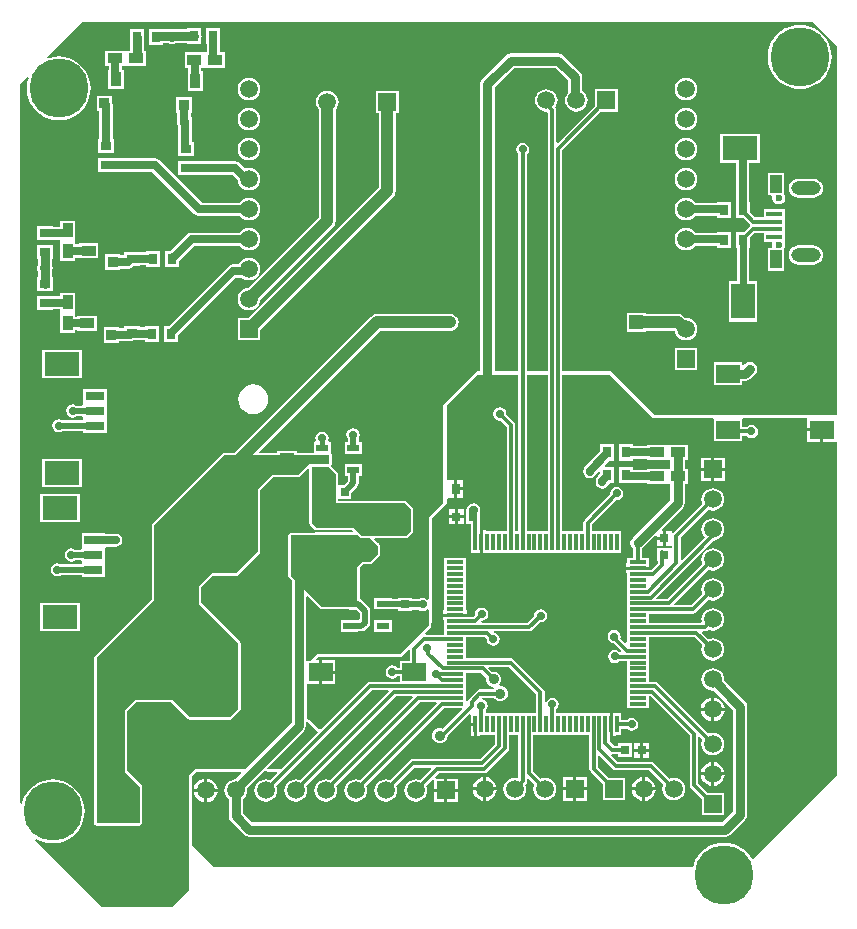
<source format=gtl>
G04*
G04 #@! TF.GenerationSoftware,Altium Limited,Altium Designer,20.0.13 (296)*
G04*
G04 Layer_Physical_Order=1*
G04 Layer_Color=255*
%FSLAX44Y44*%
%MOMM*%
G71*
G01*
G75*
%ADD13C,0.3810*%
%ADD17C,0.4000*%
%ADD18C,0.3000*%
%ADD19C,0.5000*%
%ADD35R,0.8000X0.9650*%
%ADD36R,1.2700X0.9144*%
%ADD37R,0.9144X0.9144*%
%ADD38R,0.9650X0.8000*%
%ADD39R,0.7620X0.7620*%
%ADD40R,1.4750X0.3000*%
%ADD41R,0.3000X1.4750*%
%ADD42R,1.4000X0.4000*%
%ADD43R,1.0000X1.5000*%
%ADD44R,2.0000X3.0000*%
%ADD45R,2.0000X1.5000*%
%ADD46R,1.2700X0.8890*%
%ADD47R,0.7620X0.7620*%
%ADD48R,1.0500X0.6000*%
%ADD49R,3.0000X1.5000*%
%ADD50R,3.0000X2.0000*%
%ADD51R,1.2700X1.5240*%
%ADD52R,0.9144X1.2700*%
%ADD53R,0.9144X0.9144*%
%ADD54R,0.8890X1.2700*%
%ADD55R,1.6000X0.8000*%
%ADD56R,3.0000X2.0000*%
%ADD97C,0.8000*%
%ADD98C,0.7000*%
%ADD99C,1.0000*%
%ADD100C,0.6000*%
%ADD101R,1.5000X1.5000*%
%ADD102C,1.5000*%
%ADD103R,1.5000X1.5000*%
%ADD104C,0.6000*%
%ADD105O,2.5000X1.2000*%
%ADD106C,1.9000*%
%ADD107R,1.9000X1.9000*%
%ADD108R,1.9000X1.9000*%
%ADD109R,1.2000X1.2000*%
%ADD110C,1.2000*%
%ADD111R,2.5000X1.8000*%
%ADD112O,2.5000X1.8000*%
%ADD113R,1.8000X2.5000*%
%ADD114O,1.8000X2.5000*%
%ADD115C,0.7000*%
%ADD116C,0.9000*%
%ADD117C,1.0000*%
%ADD118C,5.0000*%
G36*
X663691Y647703D02*
Y335300D01*
X509510D01*
X471510Y373300D01*
X431399D01*
Y559702D01*
X464177Y592480D01*
X478130D01*
Y611480D01*
X459130D01*
Y597527D01*
X427572Y565969D01*
X426399Y566455D01*
Y593733D01*
X426127Y595098D01*
X425381Y596215D01*
X426128Y597189D01*
X427085Y599500D01*
X427412Y601980D01*
X427085Y604460D01*
X426128Y606771D01*
X424605Y608755D01*
X422621Y610278D01*
X420310Y611236D01*
X417830Y611562D01*
X415350Y611236D01*
X413039Y610278D01*
X411054Y608755D01*
X409532Y606771D01*
X408574Y604460D01*
X408248Y601980D01*
X408574Y599500D01*
X409532Y597189D01*
X411054Y595205D01*
X413039Y593682D01*
X415350Y592724D01*
X417830Y592398D01*
X418064Y592429D01*
X419261Y591362D01*
Y373300D01*
X401399D01*
Y556500D01*
X401795Y556765D01*
X403011Y558584D01*
X403438Y560730D01*
X403011Y562876D01*
X401795Y564695D01*
X399976Y565911D01*
X397830Y566338D01*
X395684Y565911D01*
X393865Y564695D01*
X392649Y562876D01*
X392222Y560730D01*
X392649Y558584D01*
X393865Y556765D01*
X394261Y556500D01*
Y373300D01*
X374128D01*
Y613266D01*
X390544Y629683D01*
X425476D01*
X436212Y618946D01*
Y608440D01*
X434932Y606771D01*
X433974Y604460D01*
X433648Y601980D01*
X433974Y599500D01*
X434932Y597189D01*
X436455Y595205D01*
X438439Y593682D01*
X440750Y592724D01*
X443230Y592398D01*
X445710Y592724D01*
X448021Y593682D01*
X450005Y595205D01*
X451528Y597189D01*
X452486Y599500D01*
X452812Y601980D01*
X452486Y604460D01*
X451528Y606771D01*
X450005Y608755D01*
X448447Y609951D01*
Y621480D01*
X447982Y623821D01*
X446656Y625806D01*
X432336Y640126D01*
X430351Y641452D01*
X428010Y641917D01*
X388010D01*
X385669Y641452D01*
X383684Y640126D01*
X363684Y620126D01*
X362358Y618141D01*
X361893Y615800D01*
Y373300D01*
X360010D01*
X330760Y344050D01*
Y261300D01*
X318510Y249050D01*
Y179629D01*
X317240Y179243D01*
X317225Y179265D01*
X315406Y180481D01*
X313260Y180908D01*
X311114Y180481D01*
X310227Y179888D01*
X303820D01*
Y181110D01*
X292200D01*
Y180263D01*
X286828D01*
Y181049D01*
X272328D01*
Y171049D01*
X286828D01*
Y171086D01*
X292200D01*
Y169490D01*
X303820D01*
Y170712D01*
X310227D01*
X311114Y170119D01*
X313260Y169692D01*
X315406Y170119D01*
X317225Y171335D01*
X317240Y171357D01*
X318510Y170972D01*
Y157300D01*
X294260Y133050D01*
X224010D01*
X218370Y127410D01*
X214742D01*
X214377Y128529D01*
Y181889D01*
X215551Y182375D01*
X226068Y171858D01*
X226730Y171416D01*
X227510Y171261D01*
X243828D01*
Y171049D01*
X251135D01*
X251578Y170961D01*
X256860D01*
X259672Y168150D01*
Y163083D01*
X259298Y162773D01*
X258328Y162049D01*
X243828D01*
Y152049D01*
X258328D01*
Y152461D01*
X261331D01*
X263087Y152810D01*
X264575Y153805D01*
X267504Y156734D01*
X268499Y158222D01*
X268848Y159978D01*
Y170050D01*
X268499Y171806D01*
X267504Y173294D01*
X262005Y178793D01*
X260517Y179788D01*
X259799Y179931D01*
Y206455D01*
X262855Y209511D01*
X268760D01*
X268760Y209511D01*
X269540Y209666D01*
X270202Y210108D01*
X270202Y210108D01*
X275518Y215424D01*
X276320D01*
Y216226D01*
X276702Y216608D01*
X277144Y217270D01*
X277299Y218050D01*
Y224300D01*
X277299Y224300D01*
X277144Y225080D01*
X276702Y225742D01*
X276320Y226124D01*
Y227044D01*
X275400D01*
X272356Y230088D01*
X272842Y231261D01*
X298760D01*
X299540Y231416D01*
X300202Y231858D01*
X304702Y236358D01*
X305144Y237020D01*
X305299Y237800D01*
Y255800D01*
X305144Y256580D01*
X304702Y257242D01*
X304702Y257242D01*
X299702Y262242D01*
X299040Y262684D01*
X298260Y262839D01*
X241549D01*
Y264736D01*
X252790D01*
Y269867D01*
X257794Y274872D01*
X258789Y276360D01*
X259138Y278116D01*
Y283950D01*
X261800D01*
Y293950D01*
X247300D01*
Y283950D01*
X249962D01*
Y280016D01*
X246301Y276356D01*
X241549D01*
Y285800D01*
X241549Y285800D01*
X241394Y286580D01*
X240952Y287242D01*
X235647Y292547D01*
X235702Y293108D01*
X236144Y293770D01*
X236299Y294550D01*
Y301550D01*
X236144Y302330D01*
X235702Y302992D01*
X235300Y303260D01*
Y303450D01*
X235300D01*
Y312950D01*
X234132D01*
X233303Y314220D01*
X233618Y315800D01*
X233191Y317946D01*
X231975Y319765D01*
X230156Y320981D01*
X228010Y321408D01*
X225864Y320981D01*
X224045Y319765D01*
X222829Y317946D01*
X222402Y315800D01*
X222717Y314220D01*
X221888Y312950D01*
X220800D01*
Y303589D01*
X206360D01*
Y305420D01*
X189660D01*
Y303589D01*
X175443D01*
X174957Y304762D01*
X277155Y406960D01*
X336540D01*
X338367Y407200D01*
X340070Y407906D01*
X341533Y409028D01*
X342654Y410490D01*
X343360Y412193D01*
X343600Y414020D01*
X343360Y415847D01*
X342654Y417550D01*
X341533Y419012D01*
X340070Y420135D01*
X338367Y420840D01*
X336540Y421080D01*
X274230D01*
X272403Y420840D01*
X270700Y420135D01*
X269238Y419012D01*
X153814Y303589D01*
X145010D01*
X144230Y303434D01*
X143568Y302992D01*
X143568Y302992D01*
X84318Y243742D01*
X83876Y243080D01*
X83721Y242300D01*
Y179645D01*
X35568Y131492D01*
X35126Y130830D01*
X34971Y130050D01*
Y-9950D01*
X35126Y-10730D01*
X35568Y-11392D01*
X36230Y-11834D01*
X37010Y-11989D01*
X72760D01*
X72760Y-11989D01*
X73540Y-11834D01*
X74202Y-11392D01*
X74202Y-11392D01*
X75202Y-10392D01*
X75644Y-9730D01*
X75799Y-8950D01*
Y20550D01*
X75799Y20550D01*
X75644Y21330D01*
X75202Y21992D01*
X63049Y34145D01*
Y85455D01*
X70105Y92511D01*
X100415D01*
X114568Y78358D01*
X115230Y77916D01*
X116010Y77761D01*
X149760D01*
X150540Y77916D01*
X151202Y78358D01*
X151202Y78358D01*
X158452Y85608D01*
X158894Y86270D01*
X159049Y87050D01*
Y142550D01*
X158894Y143330D01*
X158452Y143992D01*
X158452Y143992D01*
X125549Y176895D01*
Y189705D01*
X135355Y199511D01*
X155010D01*
X155010Y199511D01*
X155790Y199666D01*
X156452Y200108D01*
X175202Y218858D01*
X175644Y219520D01*
X175799Y220300D01*
Y271955D01*
X187105Y283261D01*
X207510D01*
X207510Y283261D01*
X208290Y283416D01*
X208952Y283858D01*
X215951Y290857D01*
X217221Y290331D01*
Y288300D01*
Y244050D01*
X217221Y244050D01*
X217376Y243270D01*
X217818Y242608D01*
X217818Y242608D01*
X221818Y238608D01*
X222480Y238166D01*
X223260Y238011D01*
X253722D01*
X254077Y237529D01*
X253437Y236259D01*
X221761D01*
Y235839D01*
X201510D01*
X200730Y235684D01*
X200068Y235242D01*
X199626Y234580D01*
X199471Y233800D01*
Y199300D01*
X199471Y199300D01*
X199626Y198520D01*
X200068Y197858D01*
X200068Y197858D01*
X202143Y195784D01*
Y74834D01*
X163109Y35800D01*
X120760D01*
X115510Y30550D01*
Y-66700D01*
X101449Y-80761D01*
X41907D01*
X-14717Y-24137D01*
X-13925Y-23133D01*
X-12296Y-24132D01*
X-8369Y-25758D01*
X-4237Y-26750D01*
X0Y-27083D01*
X4237Y-26750D01*
X8369Y-25758D01*
X12296Y-24132D01*
X15919Y-21911D01*
X19151Y-19151D01*
X21911Y-15919D01*
X24132Y-12296D01*
X25758Y-8369D01*
X26750Y-4237D01*
X27083Y0D01*
X26750Y4237D01*
X25758Y8369D01*
X24132Y12296D01*
X21911Y15919D01*
X19151Y19151D01*
X15919Y21911D01*
X12296Y24132D01*
X8369Y25758D01*
X4237Y26750D01*
X0Y27083D01*
X-4237Y26750D01*
X-8369Y25758D01*
X-12296Y24132D01*
X-15919Y21911D01*
X-19151Y19151D01*
X-21911Y15919D01*
X-24132Y12296D01*
X-25758Y8369D01*
X-26151Y6731D01*
X-27421Y6881D01*
Y615953D01*
X-21433Y621941D01*
X-20377Y621236D01*
X-20678Y620509D01*
X-21670Y616377D01*
X-22004Y612140D01*
X-21670Y607903D01*
X-20678Y603771D01*
X-19052Y599844D01*
X-16831Y596221D01*
X-14071Y592989D01*
X-10839Y590229D01*
X-7216Y588008D01*
X-3289Y586382D01*
X843Y585390D01*
X5080Y585056D01*
X9317Y585390D01*
X13449Y586382D01*
X17376Y588008D01*
X20999Y590229D01*
X24231Y592989D01*
X26991Y596221D01*
X29212Y599844D01*
X30838Y603771D01*
X31830Y607903D01*
X32164Y612140D01*
X31830Y616377D01*
X30838Y620509D01*
X29212Y624436D01*
X26991Y628059D01*
X24231Y631291D01*
X20999Y634051D01*
X17376Y636272D01*
X13449Y637898D01*
X9317Y638890D01*
X5080Y639224D01*
X843Y638890D01*
X-3289Y637898D01*
X-4016Y637597D01*
X-4721Y638653D01*
X25397Y668771D01*
X642623D01*
X663691Y647703D01*
D02*
G37*
G36*
X508510Y332800D02*
X558687D01*
X559800Y332420D01*
X559800Y331530D01*
Y313420D01*
X583800D01*
Y318231D01*
X587280D01*
X587545Y317835D01*
X589364Y316619D01*
X591510Y316192D01*
X593656Y316619D01*
X595475Y317835D01*
X596691Y319654D01*
X597118Y321800D01*
X596691Y323946D01*
X595475Y325765D01*
X593656Y326981D01*
X591510Y327408D01*
X589364Y326981D01*
X587545Y325765D01*
X587280Y325369D01*
X583800D01*
X583800Y332420D01*
X584913Y332800D01*
X638588D01*
Y324390D01*
X651128D01*
Y323120D01*
X652398D01*
Y313080D01*
X663668D01*
X663691Y311819D01*
Y30481D01*
X592894Y-40316D01*
X591633Y-40167D01*
X590171Y-37781D01*
X587411Y-34549D01*
X584179Y-31789D01*
X580556Y-29568D01*
X576629Y-27942D01*
X572497Y-26950D01*
X568260Y-26616D01*
X564023Y-26950D01*
X559891Y-27942D01*
X555964Y-29568D01*
X552341Y-31789D01*
X549109Y-34549D01*
X546349Y-37781D01*
X544128Y-41404D01*
X542502Y-45331D01*
X542173Y-46700D01*
X135510D01*
X117549Y-28739D01*
Y29705D01*
X121605Y33761D01*
X159410D01*
X159896Y32587D01*
X154630Y27321D01*
X152460Y27036D01*
X150149Y26078D01*
X148165Y24555D01*
X146642Y22571D01*
X145684Y20260D01*
X145358Y17780D01*
X145684Y15300D01*
X146642Y12989D01*
X148165Y11005D01*
X148822Y10500D01*
Y-3880D01*
X149288Y-6221D01*
X150614Y-8206D01*
X162184Y-19776D01*
X164169Y-21102D01*
X166510Y-21567D01*
X569010D01*
X571351Y-21102D01*
X573336Y-19776D01*
X586086Y-7026D01*
X587412Y-5041D01*
X587878Y-2700D01*
Y88800D01*
X587412Y91141D01*
X586086Y93126D01*
X568274Y110938D01*
X568382Y111760D01*
X568055Y114240D01*
X567098Y116551D01*
X565575Y118535D01*
X563591Y120058D01*
X561280Y121016D01*
X558800Y121342D01*
X556320Y121016D01*
X554009Y120058D01*
X552024Y118535D01*
X550502Y116551D01*
X549544Y114240D01*
X549218Y111760D01*
X549544Y109280D01*
X550502Y106969D01*
X552024Y104985D01*
X554009Y103462D01*
X556320Y102505D01*
X558800Y102178D01*
X559622Y102286D01*
X575643Y86266D01*
Y-166D01*
X566476Y-9333D01*
X169044D01*
X161057Y-1346D01*
Y10500D01*
X161715Y11005D01*
X163238Y12989D01*
X164195Y15300D01*
X164522Y17780D01*
X164274Y19663D01*
X179097Y34485D01*
X180629Y34358D01*
X181290Y33916D01*
X182071Y33761D01*
X189615D01*
X190101Y32587D01*
X184042Y26529D01*
X182820Y27036D01*
X180340Y27362D01*
X177860Y27036D01*
X175549Y26078D01*
X173565Y24555D01*
X172042Y22571D01*
X171084Y20260D01*
X170758Y17780D01*
X171084Y15300D01*
X172042Y12989D01*
X173565Y11005D01*
X175549Y9482D01*
X177860Y8525D01*
X180340Y8198D01*
X182820Y8525D01*
X185131Y9482D01*
X187115Y11005D01*
X188638Y12989D01*
X189596Y15300D01*
X189922Y17780D01*
X189596Y20260D01*
X189089Y21482D01*
X270168Y102561D01*
X283815D01*
X284301Y101388D01*
X209442Y26529D01*
X208220Y27036D01*
X205740Y27362D01*
X203260Y27036D01*
X200949Y26078D01*
X198965Y24555D01*
X197442Y22571D01*
X196485Y20260D01*
X196158Y17780D01*
X196485Y15300D01*
X197442Y12989D01*
X198965Y11005D01*
X200949Y9482D01*
X203260Y8525D01*
X205740Y8198D01*
X208220Y8525D01*
X210531Y9482D01*
X212515Y11005D01*
X214038Y12989D01*
X214995Y15300D01*
X215322Y17780D01*
X214995Y20260D01*
X214489Y21482D01*
X290568Y97561D01*
X304215D01*
X304701Y96388D01*
X234842Y26529D01*
X233620Y27036D01*
X231140Y27362D01*
X228660Y27036D01*
X226349Y26078D01*
X224364Y24555D01*
X222842Y22571D01*
X221884Y20260D01*
X221558Y17780D01*
X221884Y15300D01*
X222842Y12989D01*
X224364Y11005D01*
X226349Y9482D01*
X228660Y8525D01*
X231140Y8198D01*
X233620Y8525D01*
X235931Y9482D01*
X237915Y11005D01*
X239438Y12989D01*
X240396Y15300D01*
X240722Y17780D01*
X240396Y20260D01*
X239889Y21482D01*
X310968Y92561D01*
X324615D01*
X325101Y91388D01*
X260242Y26529D01*
X259020Y27036D01*
X256540Y27362D01*
X254060Y27036D01*
X251749Y26078D01*
X249764Y24555D01*
X248242Y22571D01*
X247285Y20260D01*
X246958Y17780D01*
X247285Y15300D01*
X248242Y12989D01*
X249764Y11005D01*
X251749Y9482D01*
X254060Y8525D01*
X256540Y8198D01*
X259020Y8525D01*
X261331Y9482D01*
X263316Y11005D01*
X264838Y12989D01*
X265795Y15300D01*
X266122Y17780D01*
X265795Y20260D01*
X265289Y21482D01*
X331368Y87561D01*
X340450D01*
X340795Y87630D01*
X346384D01*
X346870Y86457D01*
X330580Y70167D01*
X329457Y70633D01*
X327760Y70856D01*
X326063Y70633D01*
X324482Y69978D01*
X323124Y68936D01*
X322082Y67578D01*
X321427Y65997D01*
X321204Y64300D01*
X321427Y62603D01*
X322082Y61022D01*
X323124Y59664D01*
X324482Y58622D01*
X326063Y57967D01*
X327760Y57744D01*
X329457Y57967D01*
X331038Y58622D01*
X332396Y59664D01*
X333438Y61022D01*
X334093Y62603D01*
X334242Y63735D01*
X352617Y82110D01*
X353790Y81624D01*
Y75020D01*
X357830D01*
Y73750D01*
X359100D01*
Y63835D01*
X361870D01*
Y64375D01*
X374262D01*
Y57098D01*
X361532Y44369D01*
X304960D01*
X303594Y44097D01*
X302437Y43323D01*
X285642Y26529D01*
X284420Y27036D01*
X281940Y27362D01*
X279460Y27036D01*
X277149Y26078D01*
X275165Y24555D01*
X273642Y22571D01*
X272684Y20260D01*
X272358Y17780D01*
X272684Y15300D01*
X273642Y12989D01*
X275165Y11005D01*
X277149Y9482D01*
X279460Y8525D01*
X281940Y8198D01*
X284420Y8525D01*
X286731Y9482D01*
X288715Y11005D01*
X290238Y12989D01*
X291196Y15300D01*
X291522Y17780D01*
X291196Y20260D01*
X290689Y21482D01*
X306438Y37231D01*
X320085D01*
X320571Y36058D01*
X311042Y26529D01*
X309820Y27036D01*
X307340Y27362D01*
X304860Y27036D01*
X302549Y26078D01*
X300565Y24555D01*
X299042Y22571D01*
X298085Y20260D01*
X297758Y17780D01*
X298085Y15300D01*
X299042Y12989D01*
X300565Y11005D01*
X302549Y9482D01*
X304860Y8525D01*
X307340Y8198D01*
X309820Y8525D01*
X312131Y9482D01*
X314116Y11005D01*
X315638Y12989D01*
X316595Y15300D01*
X316922Y17780D01*
X316595Y20260D01*
X316089Y21482D01*
X321430Y26823D01*
X322700Y26297D01*
Y19050D01*
X331470D01*
Y27820D01*
X324223D01*
X323697Y29090D01*
X326838Y32232D01*
X365081D01*
X366447Y32503D01*
X367604Y33277D01*
X385353Y51026D01*
X386127Y52183D01*
X386399Y53549D01*
Y64375D01*
X394261D01*
Y29302D01*
X392991Y28391D01*
X391160Y28632D01*
X388680Y28305D01*
X386369Y27348D01*
X384384Y25826D01*
X382862Y23841D01*
X381904Y21530D01*
X381578Y19050D01*
X381904Y16570D01*
X382862Y14259D01*
X384384Y12275D01*
X386369Y10752D01*
X388680Y9794D01*
X391160Y9468D01*
X393640Y9794D01*
X395951Y10752D01*
X397935Y12275D01*
X399458Y14259D01*
X400415Y16570D01*
X400742Y19050D01*
X400415Y21530D01*
X399909Y22752D01*
X400353Y23197D01*
X401127Y24354D01*
X401399Y25720D01*
Y27505D01*
X402572Y27991D01*
X407811Y22752D01*
X407304Y21530D01*
X406978Y19050D01*
X407304Y16570D01*
X408262Y14259D01*
X409785Y12275D01*
X411769Y10752D01*
X414080Y9794D01*
X416560Y9468D01*
X419040Y9794D01*
X421351Y10752D01*
X423335Y12275D01*
X424858Y14259D01*
X425816Y16570D01*
X426142Y19050D01*
X425816Y21530D01*
X424858Y23841D01*
X423335Y25826D01*
X421351Y27348D01*
X419040Y28305D01*
X416560Y28632D01*
X414080Y28305D01*
X412858Y27799D01*
X406399Y34258D01*
Y64375D01*
X411330D01*
Y64375D01*
X424330D01*
Y64375D01*
X451330D01*
Y64375D01*
X454261D01*
Y36200D01*
X454533Y34834D01*
X455307Y33677D01*
X465480Y23503D01*
Y9550D01*
X484480D01*
Y28550D01*
X470527D01*
X461399Y37678D01*
Y47206D01*
X462572Y47692D01*
X474237Y36027D01*
X475395Y35253D01*
X476760Y34981D01*
X504802D01*
X517031Y22752D01*
X516525Y21530D01*
X516198Y19050D01*
X516525Y16570D01*
X517482Y14259D01*
X519005Y12275D01*
X520989Y10752D01*
X523300Y9794D01*
X525780Y9468D01*
X528260Y9794D01*
X530571Y10752D01*
X532555Y12275D01*
X534078Y14259D01*
X535036Y16570D01*
X535362Y19050D01*
X535036Y21530D01*
X534078Y23841D01*
X532555Y25826D01*
X530571Y27348D01*
X528260Y28305D01*
X525780Y28632D01*
X523300Y28305D01*
X522078Y27799D01*
X508803Y41073D01*
X507646Y41847D01*
X506280Y42119D01*
X478238D01*
X473024Y47333D01*
X473649Y48503D01*
X473760Y48481D01*
X478700D01*
Y46240D01*
X490320D01*
Y57860D01*
X478700D01*
Y55619D01*
X475238D01*
X471399Y59458D01*
Y63835D01*
X471560D01*
Y73750D01*
Y83665D01*
X468790D01*
Y83125D01*
X456330D01*
Y83125D01*
X449330D01*
Y83125D01*
X426399D01*
Y86500D01*
X426795Y86765D01*
X428011Y88584D01*
X428438Y90730D01*
X428011Y92876D01*
X426795Y94695D01*
X424976Y95911D01*
X422830Y96338D01*
X420684Y95911D01*
X418865Y94695D01*
X417649Y92876D01*
X416399Y93099D01*
Y101230D01*
X416127Y102596D01*
X415353Y103753D01*
X390453Y128653D01*
X389296Y129427D01*
X387930Y129699D01*
X349825D01*
Y142630D01*
X349825D01*
Y147561D01*
X366202D01*
X367495Y146268D01*
X367402Y145800D01*
X367829Y143654D01*
X369045Y141835D01*
X370864Y140619D01*
X373010Y140192D01*
X375156Y140619D01*
X376975Y141835D01*
X378191Y143654D01*
X378618Y145800D01*
X378191Y147946D01*
X376975Y149765D01*
X375156Y150981D01*
X373595Y151291D01*
X373720Y152561D01*
X403340D01*
X404706Y152833D01*
X405863Y153607D01*
X412542Y160285D01*
X413010Y160192D01*
X415156Y160619D01*
X416975Y161835D01*
X418191Y163654D01*
X418618Y165800D01*
X418191Y167946D01*
X416975Y169765D01*
X415156Y170981D01*
X413010Y171408D01*
X410864Y170981D01*
X409045Y169765D01*
X407829Y167946D01*
X407402Y165800D01*
X407495Y165332D01*
X401862Y159699D01*
X363085D01*
X362520Y160969D01*
X362957Y161453D01*
X363010Y161442D01*
X365156Y161869D01*
X366975Y163085D01*
X368191Y164904D01*
X368618Y167050D01*
X368191Y169196D01*
X366975Y171015D01*
X365156Y172231D01*
X363010Y172658D01*
X360864Y172231D01*
X359045Y171015D01*
X357829Y169196D01*
X357402Y167050D01*
X357495Y166582D01*
X355612Y164699D01*
X350365D01*
Y164860D01*
X330535D01*
Y162090D01*
X331075D01*
Y157630D01*
X331075D01*
Y149699D01*
X315588D01*
X315062Y150969D01*
X319952Y155858D01*
X320394Y156520D01*
X320549Y157300D01*
Y159339D01*
X321010Y159800D01*
Y248550D01*
X333760Y261300D01*
Y264709D01*
X334470Y265685D01*
X335030Y265685D01*
X339740D01*
Y273050D01*
Y280415D01*
X335030D01*
X334470Y280415D01*
X333760Y281391D01*
Y344166D01*
X358894Y369300D01*
X394261D01*
Y237885D01*
X391399D01*
Y327230D01*
X391127Y328596D01*
X390353Y329753D01*
X384025Y336082D01*
X384118Y336550D01*
X383691Y338696D01*
X382475Y340515D01*
X380656Y341731D01*
X378510Y342158D01*
X376364Y341731D01*
X374545Y340515D01*
X373329Y338696D01*
X372902Y336550D01*
X373329Y334404D01*
X374545Y332585D01*
X376364Y331369D01*
X378510Y330942D01*
X378978Y331035D01*
X384261Y325752D01*
Y237885D01*
X381330D01*
Y237885D01*
X366870D01*
Y238425D01*
X364100D01*
Y228510D01*
Y218595D01*
X366870D01*
Y219135D01*
X379330D01*
Y219135D01*
X386330D01*
Y219135D01*
X409330D01*
Y219135D01*
X426330D01*
Y219135D01*
X449330D01*
Y219135D01*
X456330D01*
Y219135D01*
X481330D01*
Y237885D01*
X456399D01*
Y243142D01*
X477042Y263785D01*
X477510Y263692D01*
X479656Y264119D01*
X481475Y265335D01*
X482691Y267154D01*
X483118Y269300D01*
X482691Y271446D01*
X481475Y273265D01*
X479656Y274481D01*
X477510Y274908D01*
X475364Y274481D01*
X473545Y273265D01*
X472329Y271446D01*
X471902Y269300D01*
X471995Y268832D01*
X450307Y247143D01*
X449533Y245986D01*
X449261Y244620D01*
Y237885D01*
X431399D01*
Y369300D01*
X472010D01*
X508510Y332800D01*
D02*
G37*
G36*
X419261Y237885D02*
X411330D01*
Y237885D01*
X401399D01*
Y369300D01*
X419261D01*
Y237885D01*
D02*
G37*
G36*
X239510Y285800D02*
Y260800D01*
X298260D01*
X303260Y255800D01*
Y237800D01*
X298760Y233300D01*
X262010D01*
X255260Y240050D01*
X223260D01*
X219260Y244050D01*
Y288300D01*
Y291800D01*
X233510D01*
X239510Y285800D01*
D02*
G37*
G36*
X260568Y231858D02*
X261230Y231416D01*
X262010Y231261D01*
X268299D01*
X275260Y224300D01*
Y218050D01*
X268760Y211550D01*
X262010D01*
X257760Y207300D01*
Y175050D01*
X256010Y173300D01*
X227510D01*
X201510Y199300D01*
Y233800D01*
X258626D01*
X260568Y231858D01*
D02*
G37*
G36*
X302501Y136611D02*
Y127610D01*
X294070D01*
Y121679D01*
X291800D01*
X291535Y122075D01*
X289716Y123291D01*
X287570Y123718D01*
X285424Y123291D01*
X283605Y122075D01*
X282389Y120256D01*
X281962Y118110D01*
X282389Y115964D01*
X283605Y114145D01*
X285424Y112929D01*
X287570Y112502D01*
X289716Y112929D01*
X291535Y114145D01*
X291800Y114541D01*
X294070D01*
Y109699D01*
X268690D01*
X267324Y109427D01*
X266167Y108653D01*
X227002Y69488D01*
X225205D01*
X217090Y77604D01*
X216428Y78046D01*
X215648Y78202D01*
X215260Y78520D01*
Y107871D01*
X225472D01*
Y117910D01*
Y127950D01*
X223454D01*
X222968Y129124D01*
X224855Y131011D01*
X294260D01*
X295040Y131166D01*
X295702Y131608D01*
X301231Y137138D01*
X302501Y136611D01*
D02*
G37*
G36*
X366880Y113134D02*
X366704Y111800D01*
X366927Y110103D01*
X367582Y108522D01*
X368624Y107164D01*
X369982Y106122D01*
X371563Y105467D01*
X372927Y105288D01*
X373439Y104423D01*
X373532Y103999D01*
X373111Y103369D01*
X361260D01*
X359894Y103097D01*
X358737Y102323D01*
X351987Y95573D01*
X351213Y94416D01*
X351095Y93822D01*
X349825Y93947D01*
Y102630D01*
Y112630D01*
X349825D01*
Y117561D01*
X362452D01*
X366880Y113134D01*
D02*
G37*
G36*
X409261Y99752D02*
Y83125D01*
X386330D01*
Y83125D01*
X379330D01*
Y83125D01*
X366399D01*
Y85250D01*
X366795Y85515D01*
X368011Y87334D01*
X368438Y89480D01*
X368011Y91626D01*
X366795Y93445D01*
X364976Y94661D01*
X363465Y94961D01*
X363590Y96231D01*
X373555D01*
X374374Y95164D01*
X375732Y94122D01*
X377313Y93467D01*
X379010Y93244D01*
X380707Y93467D01*
X382288Y94122D01*
X383646Y95164D01*
X384688Y96522D01*
X385343Y98103D01*
X385566Y99800D01*
X385343Y101497D01*
X384688Y103078D01*
X383646Y104436D01*
X382288Y105478D01*
X380707Y106133D01*
X379010Y106356D01*
X378793Y106328D01*
X378174Y107527D01*
X378938Y108522D01*
X379593Y110103D01*
X379816Y111800D01*
X379593Y113497D01*
X378938Y115078D01*
X377896Y116436D01*
X376538Y117478D01*
X374957Y118133D01*
X373260Y118356D01*
X371926Y118181D01*
X368719Y121388D01*
X369205Y122561D01*
X386452D01*
X409261Y99752D01*
D02*
G37*
G36*
X234260Y294550D02*
X216760D01*
X207510Y285300D01*
X186260D01*
X173760Y272800D01*
Y220300D01*
X155010Y201550D01*
X134510D01*
X123510Y190550D01*
Y176050D01*
X157010Y142550D01*
Y87050D01*
X149760Y79800D01*
X116010D01*
X101260Y94550D01*
X69260D01*
X61010Y86300D01*
Y33300D01*
X73760Y20550D01*
Y-8950D01*
X72760Y-9950D01*
X37010D01*
Y130050D01*
X85760Y178800D01*
Y242300D01*
X145010Y301550D01*
X234260D01*
Y294550D01*
D02*
G37*
G36*
X224662Y67148D02*
X193313Y35800D01*
X182071D01*
X181585Y36973D01*
X212586Y67974D01*
X213912Y69959D01*
X214377Y72300D01*
Y75636D01*
X215648Y76163D01*
X224662Y67148D01*
D02*
G37*
%LPC*%
G36*
X125888Y663415D02*
X113888D01*
Y662708D01*
X87260D01*
X86845Y662625D01*
X81260D01*
Y657181D01*
X81142Y656590D01*
Y655800D01*
X81260Y655209D01*
Y648975D01*
X93260D01*
Y650472D01*
X97101D01*
X97232Y650372D01*
X98813Y649717D01*
X100510Y649494D01*
X102207Y649717D01*
X103788Y650372D01*
X103919Y650472D01*
X113888D01*
Y649765D01*
X125888D01*
Y655999D01*
X126005Y656590D01*
X125888Y657181D01*
Y663415D01*
D02*
G37*
G36*
X77260Y662625D02*
X65260D01*
Y656391D01*
X65142Y655800D01*
Y643985D01*
X62198D01*
X62008Y643985D01*
X60928Y643985D01*
X60738Y643985D01*
X44228D01*
Y631095D01*
X47351D01*
Y628110D01*
X46768D01*
Y611410D01*
X59912D01*
Y628110D01*
X58567D01*
Y631095D01*
X60738D01*
X60928Y631095D01*
X62008Y631095D01*
X62198Y631095D01*
X78708D01*
Y643985D01*
X77378D01*
Y655800D01*
X77260Y656391D01*
Y662625D01*
D02*
G37*
G36*
X141888Y663415D02*
X129888D01*
Y649765D01*
X130280D01*
Y643600D01*
X129317Y642650D01*
X128237Y642650D01*
X128047Y642650D01*
X111537D01*
Y629760D01*
X114661D01*
Y626840D01*
X114078D01*
Y610140D01*
X127222D01*
Y626840D01*
X125876D01*
Y629760D01*
X128047D01*
X128237Y629760D01*
X129317Y629760D01*
X129507Y629760D01*
X146017D01*
Y642650D01*
X141496D01*
Y649765D01*
X141888D01*
Y663415D01*
D02*
G37*
G36*
X632460Y665893D02*
X628223Y665560D01*
X624091Y664568D01*
X620164Y662942D01*
X616541Y660721D01*
X613309Y657961D01*
X610549Y654729D01*
X608328Y651106D01*
X606702Y647179D01*
X605710Y643047D01*
X605377Y638810D01*
X605710Y634573D01*
X606702Y630441D01*
X608328Y626514D01*
X610549Y622891D01*
X613309Y619659D01*
X616541Y616899D01*
X620164Y614678D01*
X624091Y613052D01*
X628223Y612060D01*
X632460Y611726D01*
X636697Y612060D01*
X640829Y613052D01*
X644756Y614678D01*
X648379Y616899D01*
X651611Y619659D01*
X654371Y622891D01*
X656592Y626514D01*
X658218Y630441D01*
X659210Y634573D01*
X659544Y638810D01*
X659210Y643047D01*
X658218Y647179D01*
X656592Y651106D01*
X654371Y654729D01*
X651611Y657961D01*
X648379Y660721D01*
X644756Y662942D01*
X640829Y664568D01*
X636697Y665560D01*
X632460Y665893D01*
D02*
G37*
G36*
X536090Y621312D02*
X533610Y620985D01*
X531299Y620028D01*
X529314Y618506D01*
X527792Y616521D01*
X526834Y614210D01*
X526508Y611730D01*
X526834Y609250D01*
X527792Y606939D01*
X529314Y604955D01*
X531299Y603432D01*
X533610Y602475D01*
X536090Y602148D01*
X538570Y602475D01*
X540881Y603432D01*
X542865Y604955D01*
X544388Y606939D01*
X545345Y609250D01*
X545672Y611730D01*
X545345Y614210D01*
X544388Y616521D01*
X542865Y618506D01*
X540881Y620028D01*
X538570Y620985D01*
X536090Y621312D01*
D02*
G37*
G36*
X166090Y621167D02*
X163610Y620840D01*
X161299Y619883D01*
X159314Y618360D01*
X157792Y616376D01*
X156834Y614065D01*
X156508Y611585D01*
X156834Y609105D01*
X157792Y606794D01*
X159314Y604810D01*
X161299Y603287D01*
X163610Y602330D01*
X166090Y602003D01*
X168570Y602330D01*
X170881Y603287D01*
X172865Y604810D01*
X174388Y606794D01*
X175345Y609105D01*
X175672Y611585D01*
X175345Y614065D01*
X174388Y616376D01*
X172865Y618360D01*
X170881Y619883D01*
X168570Y620840D01*
X166090Y621167D01*
D02*
G37*
G36*
X536090Y595912D02*
X533610Y595586D01*
X531299Y594628D01*
X529314Y593106D01*
X527792Y591121D01*
X526834Y588810D01*
X526508Y586330D01*
X526834Y583850D01*
X527792Y581539D01*
X529314Y579555D01*
X531299Y578032D01*
X533610Y577075D01*
X536090Y576748D01*
X538570Y577075D01*
X540881Y578032D01*
X542865Y579555D01*
X544388Y581539D01*
X545345Y583850D01*
X545672Y586330D01*
X545345Y588810D01*
X544388Y591121D01*
X542865Y593106D01*
X540881Y594628D01*
X538570Y595586D01*
X536090Y595912D01*
D02*
G37*
G36*
X166090Y595767D02*
X163610Y595440D01*
X161299Y594483D01*
X159314Y592961D01*
X157792Y590976D01*
X156834Y588665D01*
X156508Y586185D01*
X156834Y583705D01*
X157792Y581394D01*
X159314Y579410D01*
X161299Y577887D01*
X163610Y576930D01*
X166090Y576603D01*
X168570Y576930D01*
X170881Y577887D01*
X172865Y579410D01*
X174388Y581394D01*
X175345Y583705D01*
X175672Y586185D01*
X175345Y588665D01*
X174388Y590976D01*
X172865Y592961D01*
X170881Y594483D01*
X168570Y595440D01*
X166090Y595767D01*
D02*
G37*
G36*
X50260Y606012D02*
X37116D01*
Y592868D01*
X39350D01*
Y588485D01*
X38958D01*
Y574835D01*
X39350D01*
Y569370D01*
X38133D01*
Y557370D01*
X51783D01*
Y569370D01*
X50566D01*
Y574835D01*
X50958D01*
Y588485D01*
X50566D01*
Y598170D01*
X50260Y599707D01*
Y606012D01*
D02*
G37*
G36*
X117570Y604742D02*
X104426D01*
Y591598D01*
X105390D01*
Y582637D01*
X105817Y580491D01*
X106010Y580202D01*
Y573975D01*
X106402D01*
Y566800D01*
X106185D01*
Y554800D01*
X119835D01*
Y566800D01*
X117618D01*
Y573975D01*
X118010D01*
Y587625D01*
X116606D01*
Y591598D01*
X117570D01*
Y604742D01*
D02*
G37*
G36*
X536090Y570512D02*
X533610Y570186D01*
X531299Y569228D01*
X529314Y567705D01*
X527792Y565721D01*
X526834Y563410D01*
X526508Y560930D01*
X526834Y558450D01*
X527792Y556139D01*
X529314Y554155D01*
X531299Y552632D01*
X533610Y551675D01*
X536090Y551348D01*
X538570Y551675D01*
X540881Y552632D01*
X542865Y554155D01*
X544388Y556139D01*
X545345Y558450D01*
X545672Y560930D01*
X545345Y563410D01*
X544388Y565721D01*
X542865Y567705D01*
X540881Y569228D01*
X538570Y570186D01*
X536090Y570512D01*
D02*
G37*
G36*
X166090Y570367D02*
X163610Y570041D01*
X161299Y569083D01*
X159314Y567561D01*
X157792Y565576D01*
X156834Y563265D01*
X156508Y560785D01*
X156834Y558305D01*
X157792Y555994D01*
X159314Y554010D01*
X161299Y552487D01*
X163610Y551530D01*
X166090Y551203D01*
X168570Y551530D01*
X170881Y552487D01*
X172865Y554010D01*
X174388Y555994D01*
X175345Y558305D01*
X175672Y560785D01*
X175345Y563265D01*
X174388Y565576D01*
X172865Y567561D01*
X170881Y569083D01*
X168570Y570041D01*
X166090Y570367D01*
D02*
G37*
G36*
X536090Y545112D02*
X533610Y544785D01*
X531299Y543828D01*
X529314Y542305D01*
X527792Y540321D01*
X526834Y538010D01*
X526508Y535530D01*
X526834Y533050D01*
X527792Y530739D01*
X529314Y528755D01*
X531299Y527232D01*
X533610Y526274D01*
X536090Y525948D01*
X538570Y526274D01*
X540881Y527232D01*
X542865Y528755D01*
X544388Y530739D01*
X545345Y533050D01*
X545672Y535530D01*
X545345Y538010D01*
X544388Y540321D01*
X542865Y542305D01*
X540881Y543828D01*
X538570Y544785D01*
X536090Y545112D01*
D02*
G37*
G36*
X119835Y550800D02*
X106185D01*
Y538800D01*
X119835D01*
Y539192D01*
X152187D01*
X156586Y534794D01*
X156834Y532905D01*
X157792Y530594D01*
X159314Y528610D01*
X161299Y527087D01*
X163610Y526130D01*
X166090Y525803D01*
X168570Y526130D01*
X170881Y527087D01*
X172865Y528610D01*
X174388Y530594D01*
X175345Y532905D01*
X175672Y535385D01*
X175345Y537865D01*
X174388Y540176D01*
X172865Y542160D01*
X170881Y543683D01*
X168570Y544641D01*
X166090Y544967D01*
X163610Y544641D01*
X162896Y544345D01*
X158476Y548765D01*
X156656Y549981D01*
X154510Y550408D01*
X119835D01*
Y550800D01*
D02*
G37*
G36*
X644040Y535739D02*
X631040D01*
X628952Y535464D01*
X627006Y534658D01*
X625334Y533376D01*
X624052Y531704D01*
X623246Y529758D01*
X622971Y527670D01*
X623246Y525582D01*
X624052Y523635D01*
X625334Y521964D01*
X627006Y520682D01*
X628952Y519876D01*
X631040Y519601D01*
X644040D01*
X646128Y519876D01*
X648074Y520682D01*
X649746Y521964D01*
X651028Y523635D01*
X651834Y525582D01*
X652109Y527670D01*
X651834Y529758D01*
X651028Y531704D01*
X649746Y533376D01*
X648074Y534658D01*
X646128Y535464D01*
X644040Y535739D01*
D02*
G37*
G36*
X619484Y540920D02*
X605484D01*
Y521920D01*
X608185D01*
X609177Y520650D01*
X608932Y519420D01*
X609359Y517274D01*
X610575Y515455D01*
X612394Y514239D01*
X614540Y513812D01*
X616686Y514239D01*
X618505Y515455D01*
X619721Y517274D01*
X620148Y519420D01*
X619721Y521566D01*
X619484Y521921D01*
Y540920D01*
D02*
G37*
G36*
X536090Y519712D02*
X533610Y519385D01*
X531299Y518428D01*
X529314Y516906D01*
X527792Y514921D01*
X526834Y512610D01*
X526508Y510130D01*
X526834Y507650D01*
X527792Y505339D01*
X529314Y503355D01*
X531299Y501832D01*
X533610Y500875D01*
X536090Y500548D01*
X538570Y500875D01*
X540881Y501832D01*
X542865Y503355D01*
X543432Y504092D01*
X562200D01*
Y502445D01*
X574200D01*
Y516095D01*
X562200D01*
Y515308D01*
X544091D01*
X542865Y516906D01*
X540881Y518428D01*
X538570Y519385D01*
X536090Y519712D01*
D02*
G37*
G36*
X51783Y553370D02*
X38133D01*
Y541370D01*
X51783D01*
Y541762D01*
X84089D01*
X119831Y506020D01*
X121651Y504804D01*
X123797Y504377D01*
X158419D01*
X159314Y503210D01*
X161299Y501687D01*
X163610Y500730D01*
X166090Y500403D01*
X168570Y500730D01*
X170881Y501687D01*
X172865Y503210D01*
X174388Y505194D01*
X175345Y507505D01*
X175672Y509985D01*
X175345Y512465D01*
X174388Y514776D01*
X172865Y516760D01*
X170881Y518283D01*
X168570Y519240D01*
X166090Y519567D01*
X163610Y519240D01*
X161299Y518283D01*
X159314Y516760D01*
X158419Y515593D01*
X126119D01*
X90377Y551335D01*
X88558Y552551D01*
X86412Y552978D01*
X51783D01*
Y553370D01*
D02*
G37*
G36*
X19145Y500348D02*
X6255D01*
Y495066D01*
X475D01*
Y495458D01*
X-13175D01*
Y483458D01*
X475D01*
Y483850D01*
X6053D01*
X6255Y483648D01*
X6255Y482568D01*
X6255Y482378D01*
Y465868D01*
X19145D01*
Y468940D01*
X21951D01*
Y468306D01*
X38651D01*
Y481450D01*
X21951D01*
Y480156D01*
X19145D01*
Y482378D01*
X19145Y482568D01*
X19145Y483648D01*
X19145Y483838D01*
Y500348D01*
D02*
G37*
G36*
X536090Y494312D02*
X533610Y493985D01*
X531299Y493028D01*
X529314Y491506D01*
X527792Y489521D01*
X526834Y487210D01*
X526508Y484730D01*
X526834Y482250D01*
X527792Y479939D01*
X529314Y477955D01*
X531299Y476432D01*
X533610Y475475D01*
X536090Y475148D01*
X538570Y475475D01*
X540881Y476432D01*
X542865Y477955D01*
X543432Y478692D01*
X562200D01*
Y477045D01*
X574200D01*
Y490695D01*
X562200D01*
Y489908D01*
X544091D01*
X542865Y491506D01*
X540881Y493028D01*
X538570Y493985D01*
X536090Y494312D01*
D02*
G37*
G36*
X166090Y494167D02*
X163610Y493840D01*
X161299Y492883D01*
X159314Y491361D01*
X158419Y490193D01*
X117807D01*
X115661Y489766D01*
X113842Y488550D01*
X99984Y474693D01*
X95090D01*
Y461043D01*
X107090D01*
Y465937D01*
X120130Y478977D01*
X158419D01*
X159314Y477810D01*
X161299Y476287D01*
X163610Y475330D01*
X166090Y475003D01*
X168570Y475330D01*
X170881Y476287D01*
X172865Y477810D01*
X174388Y479794D01*
X175345Y482105D01*
X175672Y484585D01*
X175345Y487065D01*
X174388Y489376D01*
X172865Y491361D01*
X170881Y492883D01*
X168570Y493840D01*
X166090Y494167D01*
D02*
G37*
G36*
X91090Y474693D02*
X79090D01*
Y473476D01*
X74135D01*
Y473868D01*
X60485D01*
Y470834D01*
X57193D01*
Y471798D01*
X44049D01*
Y458654D01*
X57193D01*
Y459618D01*
X63843D01*
X65989Y460045D01*
X67808Y461261D01*
X68214Y461868D01*
X74135D01*
Y462260D01*
X79090D01*
Y461043D01*
X91090D01*
Y474693D01*
D02*
G37*
G36*
X644040Y479239D02*
X631040D01*
X628952Y478964D01*
X627006Y478158D01*
X625334Y476876D01*
X624052Y475205D01*
X623246Y473258D01*
X622971Y471170D01*
X623246Y469082D01*
X624052Y467136D01*
X625334Y465464D01*
X627006Y464182D01*
X628952Y463376D01*
X631040Y463101D01*
X644040D01*
X646128Y463376D01*
X648074Y464182D01*
X649746Y465464D01*
X651028Y467136D01*
X651834Y469082D01*
X652109Y471170D01*
X651834Y473258D01*
X651028Y475205D01*
X649746Y476876D01*
X648074Y478158D01*
X646128Y478964D01*
X644040Y479239D01*
D02*
G37*
G36*
X598660Y573340D02*
X564660D01*
Y549340D01*
X578592D01*
Y516095D01*
X578200D01*
Y502445D01*
X585153D01*
X590332Y497266D01*
X590364Y496004D01*
X590241Y495677D01*
X589925Y495466D01*
X585153Y490695D01*
X578200D01*
Y477045D01*
X579102D01*
Y448800D01*
X572200D01*
Y414800D01*
X596200D01*
Y448800D01*
X589298D01*
Y477045D01*
X590200D01*
Y485648D01*
X593926Y489374D01*
X601814D01*
Y488943D01*
X601814D01*
Y482466D01*
X608549D01*
X609286Y481196D01*
X608932Y479420D01*
X609177Y478190D01*
X608185Y476920D01*
X605484D01*
Y457920D01*
X619484D01*
Y476919D01*
X619721Y477274D01*
X620148Y479420D01*
X619795Y481196D01*
X619814Y482466D01*
X619814Y482466D01*
X619814Y482466D01*
Y490466D01*
X619814D01*
Y495420D01*
X619814D01*
Y501897D01*
Y509897D01*
X601814D01*
Y502989D01*
X594703D01*
X590200Y507492D01*
Y516095D01*
X589808D01*
Y549340D01*
X598660D01*
Y573340D01*
D02*
G37*
G36*
X166090Y468767D02*
X163610Y468441D01*
X161299Y467483D01*
X159314Y465961D01*
X157792Y463976D01*
X157496Y463262D01*
X152791D01*
X150645Y462835D01*
X148826Y461620D01*
X98399Y411193D01*
X94330D01*
Y397543D01*
X106330D01*
Y403262D01*
X155114Y452047D01*
X159788D01*
X161299Y450887D01*
X163610Y449930D01*
X166090Y449603D01*
X168570Y449930D01*
X170881Y450887D01*
X172865Y452410D01*
X174388Y454394D01*
X175345Y456705D01*
X175672Y459185D01*
X175345Y461665D01*
X174388Y463976D01*
X172865Y465961D01*
X170881Y467483D01*
X168570Y468441D01*
X166090Y468767D01*
D02*
G37*
G36*
X-6350Y479576D02*
X-6740D01*
X-7331Y479458D01*
X-13175D01*
Y467458D01*
X-12858D01*
Y462220D01*
X-13073Y461701D01*
X-13296Y460004D01*
X-13073Y458307D01*
X-12858Y457788D01*
Y452550D01*
X-13565D01*
Y440550D01*
X-7331D01*
X-6740Y440433D01*
X-6149Y440550D01*
X85D01*
Y452550D01*
X-622D01*
Y457788D01*
X-407Y458307D01*
X-184Y460004D01*
X-407Y461701D01*
X-622Y462220D01*
Y467458D01*
X475D01*
Y479458D01*
X-5759D01*
X-6350Y479576D01*
D02*
G37*
G36*
X19210Y439387D02*
X6320D01*
Y436390D01*
X85D01*
Y436550D01*
X-13565D01*
Y424550D01*
X85D01*
Y425175D01*
X6320D01*
Y422877D01*
X6320Y422687D01*
X6320Y421607D01*
X6320Y421417D01*
Y404907D01*
X19210D01*
Y407650D01*
X20860D01*
Y406686D01*
X37560D01*
Y419830D01*
X20860D01*
Y418865D01*
X19210D01*
Y421417D01*
X19210Y421607D01*
X19210Y422687D01*
X19210Y422877D01*
Y439387D01*
D02*
G37*
G36*
X232410Y610292D02*
X229930Y609966D01*
X227619Y609008D01*
X225634Y607485D01*
X224112Y605501D01*
X223155Y603190D01*
X222828Y600710D01*
X223155Y598230D01*
X224112Y595919D01*
X225350Y594306D01*
Y503030D01*
X165626Y443306D01*
X163610Y443040D01*
X161299Y442083D01*
X159314Y440560D01*
X157792Y438576D01*
X156834Y436265D01*
X156508Y433785D01*
X156834Y431305D01*
X157792Y428994D01*
X159314Y427010D01*
X161299Y425487D01*
X163610Y424529D01*
X166090Y424203D01*
X168570Y424529D01*
X170881Y425487D01*
X172865Y427010D01*
X174388Y428994D01*
X175345Y431305D01*
X175611Y433321D01*
X237402Y495112D01*
X238524Y496575D01*
X239230Y498278D01*
X239470Y500105D01*
Y594306D01*
X240708Y595919D01*
X241665Y598230D01*
X241992Y600710D01*
X241665Y603190D01*
X240708Y605501D01*
X239185Y607485D01*
X237201Y609008D01*
X234890Y609966D01*
X232410Y610292D01*
D02*
G37*
G36*
X90330Y411193D02*
X78330D01*
Y409976D01*
X74135D01*
Y410878D01*
X60485D01*
Y409214D01*
X56102D01*
Y410178D01*
X42958D01*
Y397034D01*
X56102D01*
Y397998D01*
X65213D01*
X67359Y398425D01*
X68037Y398878D01*
X68053D01*
X68645Y398760D01*
X78330D01*
Y397543D01*
X90330D01*
Y411193D01*
D02*
G37*
G36*
X502030Y422020D02*
X486030D01*
Y406020D01*
X502030D01*
Y406960D01*
X526323D01*
X526774Y406508D01*
X526834Y406050D01*
X527792Y403739D01*
X529314Y401755D01*
X531299Y400232D01*
X533610Y399275D01*
X536090Y398948D01*
X538570Y399275D01*
X540881Y400232D01*
X542865Y401755D01*
X544388Y403739D01*
X545345Y406050D01*
X545672Y408530D01*
X545345Y411010D01*
X544388Y413321D01*
X542865Y415305D01*
X540881Y416828D01*
X538570Y417785D01*
X536090Y418112D01*
X535251Y418002D01*
X534240Y419012D01*
X532777Y420135D01*
X531074Y420840D01*
X529247Y421080D01*
X502030D01*
Y422020D01*
D02*
G37*
G36*
X292710Y610210D02*
X273710D01*
Y591210D01*
X276150D01*
Y528430D01*
X165605Y417885D01*
X156590D01*
Y398885D01*
X175590D01*
Y407900D01*
X288202Y520513D01*
X289324Y521975D01*
X290030Y523678D01*
X290270Y525505D01*
Y591210D01*
X292710D01*
Y610210D01*
D02*
G37*
G36*
X590510Y380918D02*
X590248D01*
X587907Y380452D01*
X585922Y379126D01*
X584761Y377965D01*
X583491Y378491D01*
Y380312D01*
X559491D01*
Y361312D01*
X583491D01*
Y364695D01*
X586260D01*
X588601Y365160D01*
X590586Y366487D01*
X594045Y369946D01*
X594836Y370474D01*
X596162Y372459D01*
X596628Y374800D01*
X596162Y377141D01*
X594836Y379126D01*
X592851Y380452D01*
X590510Y380918D01*
D02*
G37*
G36*
X545590Y392630D02*
X526590D01*
Y373630D01*
X545590D01*
Y392630D01*
D02*
G37*
G36*
X24620Y391060D02*
X-9380D01*
Y367060D01*
X24620D01*
Y391060D01*
D02*
G37*
G36*
X45726Y357628D02*
X25726D01*
Y346398D01*
X25726Y345128D01*
Y344614D01*
X24828Y343716D01*
X19905D01*
X19018Y344309D01*
X16872Y344736D01*
X14726Y344309D01*
X12907Y343093D01*
X11691Y341274D01*
X11264Y339128D01*
X11691Y336982D01*
X12907Y335163D01*
X14726Y333947D01*
X16872Y333520D01*
X19018Y333947D01*
X19905Y334540D01*
X24828D01*
X25726Y333642D01*
X25726Y332114D01*
X24828Y331216D01*
X8221D01*
X7334Y331809D01*
X5188Y332236D01*
X3042Y331809D01*
X1223Y330593D01*
X7Y328774D01*
X-420Y326628D01*
X7Y324482D01*
X1223Y322663D01*
X3042Y321447D01*
X5188Y321020D01*
X7334Y321447D01*
X8221Y322040D01*
X25726D01*
Y320628D01*
X45726D01*
Y331858D01*
X45726Y332628D01*
X45726Y333898D01*
Y344358D01*
X45726Y345628D01*
X45726Y346398D01*
Y357628D01*
D02*
G37*
G36*
X169590Y361554D02*
X166316Y361123D01*
X163265Y359859D01*
X160646Y357849D01*
X158636Y355229D01*
X157372Y352179D01*
X156941Y348905D01*
X157372Y345631D01*
X158636Y342580D01*
X160646Y339961D01*
X163265Y337951D01*
X166316Y336687D01*
X169590Y336256D01*
X172864Y336687D01*
X175914Y337951D01*
X178534Y339961D01*
X180544Y342580D01*
X181808Y345631D01*
X182239Y348905D01*
X181808Y352179D01*
X180544Y355229D01*
X178534Y357849D01*
X175914Y359859D01*
X172864Y361123D01*
X169590Y361554D01*
D02*
G37*
G36*
X254260Y324658D02*
X252114Y324231D01*
X250295Y323015D01*
X249079Y321196D01*
X248652Y319050D01*
X249079Y316904D01*
X249962Y315583D01*
Y312950D01*
X247300D01*
Y302950D01*
X261800D01*
Y312950D01*
X259138D01*
Y316451D01*
X259441Y316904D01*
X259868Y319050D01*
X259441Y321196D01*
X258225Y323015D01*
X256406Y324231D01*
X254260Y324658D01*
D02*
G37*
G36*
X24620Y298420D02*
X-9380D01*
Y274420D01*
X24620D01*
Y298420D01*
D02*
G37*
G36*
X23350Y269140D02*
X-10650D01*
Y245140D01*
X23350D01*
Y269140D01*
D02*
G37*
G36*
X44456Y235708D02*
X24456D01*
Y224478D01*
X24456Y223708D01*
X24456Y222694D01*
X23558Y221796D01*
X18635D01*
X17748Y222389D01*
X15602Y222816D01*
X13456Y222389D01*
X11637Y221173D01*
X10421Y219354D01*
X9994Y217208D01*
X10421Y215062D01*
X11637Y213243D01*
X13456Y212027D01*
X15602Y211600D01*
X17748Y212027D01*
X18635Y212620D01*
X23558D01*
X24456Y211722D01*
X24456Y210708D01*
Y210194D01*
X23558Y209296D01*
X6951D01*
X6064Y209889D01*
X3918Y210316D01*
X1772Y209889D01*
X-47Y208673D01*
X-1263Y206854D01*
X-1690Y204708D01*
X-1263Y202562D01*
X-47Y200743D01*
X1772Y199527D01*
X3918Y199100D01*
X6064Y199527D01*
X6951Y200120D01*
X24456D01*
Y198708D01*
X44456D01*
Y209938D01*
X44456Y211208D01*
X44456Y211978D01*
Y222438D01*
X44456Y223208D01*
X45356Y224100D01*
X53352D01*
X55498Y224527D01*
X57317Y225743D01*
X58533Y227562D01*
X58960Y229708D01*
X58533Y231854D01*
X57317Y233673D01*
X55498Y234889D01*
X53352Y235316D01*
X44456D01*
Y235708D01*
D02*
G37*
G36*
X23350Y176500D02*
X-10650D01*
Y152500D01*
X23350D01*
Y176500D01*
D02*
G37*
G36*
X286828Y162049D02*
X272328D01*
Y152049D01*
X286828D01*
Y162049D01*
D02*
G37*
G36*
X649858Y321850D02*
X638588D01*
Y313080D01*
X649858D01*
Y321850D01*
D02*
G37*
G36*
X568840Y299600D02*
X560070D01*
Y290830D01*
X568840D01*
Y299600D01*
D02*
G37*
G36*
X557530D02*
X548760D01*
Y290830D01*
X557530D01*
Y299600D01*
D02*
G37*
G36*
X491520Y310785D02*
X479520D01*
Y297135D01*
X491520D01*
Y298352D01*
X502900D01*
Y297515D01*
X519410D01*
X519600Y297515D01*
X520680Y297515D01*
X520870Y297515D01*
X522912D01*
Y290058D01*
X520870D01*
X520680Y290058D01*
X519600Y290058D01*
X519410Y290058D01*
X502900D01*
Y289221D01*
X491520D01*
Y291875D01*
X479520D01*
Y278225D01*
X485028D01*
X486132Y278005D01*
X502900D01*
Y277168D01*
X519410D01*
X519600Y277168D01*
X520680Y277168D01*
X520870Y277168D01*
X522912D01*
Y263854D01*
X490884Y231826D01*
X489558Y229841D01*
X489092Y227500D01*
X489558Y225159D01*
X490884Y223174D01*
X491641Y222668D01*
Y214630D01*
X485835D01*
Y210170D01*
X485295D01*
Y207400D01*
X505125D01*
Y210170D01*
X504585D01*
Y214630D01*
X498779D01*
Y222668D01*
X499536Y223174D01*
X510241Y233879D01*
X511414Y233393D01*
Y232790D01*
X516494D01*
Y237870D01*
X515891D01*
X515405Y239043D01*
X533355Y256994D01*
X534682Y258979D01*
X535147Y261320D01*
Y277168D01*
X537380D01*
Y290058D01*
X535147D01*
Y297515D01*
X537380D01*
Y310405D01*
X520870D01*
X520680Y310405D01*
X519600Y310405D01*
X519410Y310405D01*
X502900D01*
Y309568D01*
X491520D01*
Y310785D01*
D02*
G37*
G36*
X568840Y288290D02*
X560070D01*
Y279520D01*
X568840D01*
Y288290D01*
D02*
G37*
G36*
X557530D02*
X548760D01*
Y279520D01*
X557530D01*
Y288290D01*
D02*
G37*
G36*
X342280Y280415D02*
Y274320D01*
X347550D01*
Y280415D01*
X342280D01*
D02*
G37*
G36*
X475520Y310785D02*
X463520D01*
Y305066D01*
X450545Y292090D01*
X449329Y290271D01*
X448902Y288125D01*
Y287714D01*
X449329Y285568D01*
X450545Y283749D01*
X452364Y282533D01*
X454510Y282106D01*
X456656Y282533D01*
X458475Y283749D01*
X459303Y284987D01*
X462347Y288031D01*
X463520Y287545D01*
Y286156D01*
X461295Y283930D01*
X460079Y282111D01*
X459652Y279965D01*
Y278800D01*
X460079Y276654D01*
X461295Y274835D01*
X463114Y273619D01*
X465260Y273192D01*
X467406Y273619D01*
X469225Y274835D01*
X470441Y276654D01*
X470580Y277355D01*
X471451Y278225D01*
X475520D01*
Y291875D01*
X467850D01*
X467364Y293048D01*
X471451Y297135D01*
X475520D01*
Y310785D01*
D02*
G37*
G36*
X347550Y271780D02*
X342280D01*
Y265685D01*
X347550D01*
Y271780D01*
D02*
G37*
G36*
X558800Y273742D02*
X556320Y273416D01*
X554009Y272458D01*
X552024Y270935D01*
X550502Y268951D01*
X549544Y266640D01*
X549218Y264160D01*
X549544Y261680D01*
X550051Y260458D01*
X525487Y235893D01*
X525384Y235740D01*
X524114Y236125D01*
Y237870D01*
X519034D01*
Y231520D01*
Y225170D01*
X524114D01*
X524441Y224036D01*
Y223719D01*
X523320Y223360D01*
Y223360D01*
X515803D01*
X515760Y223369D01*
X515717Y223360D01*
X511700D01*
Y211740D01*
X512191D01*
Y210278D01*
X506612Y204699D01*
X505125D01*
Y204860D01*
X485295D01*
Y202090D01*
X485835D01*
Y189630D01*
X485835D01*
Y182630D01*
X485835D01*
Y172630D01*
Y159630D01*
X485835D01*
Y152630D01*
Y143523D01*
X484565Y142997D01*
X480643Y146919D01*
X480868Y148050D01*
X480441Y150196D01*
X479225Y152015D01*
X477406Y153231D01*
X475260Y153658D01*
X473114Y153231D01*
X471295Y152015D01*
X470079Y150196D01*
X469652Y148050D01*
X470079Y145904D01*
X471295Y144085D01*
X473114Y142869D01*
X474968Y142500D01*
X481199Y136270D01*
X480690Y134983D01*
X479937Y134948D01*
X479725Y135265D01*
X477906Y136481D01*
X475760Y136908D01*
X473614Y136481D01*
X471795Y135265D01*
X470579Y133446D01*
X470152Y131300D01*
X470579Y129154D01*
X471795Y127335D01*
X473614Y126119D01*
X475760Y125692D01*
X477906Y126119D01*
X479725Y127335D01*
X479877Y127561D01*
X485835D01*
Y119630D01*
X485835D01*
Y112630D01*
X485835D01*
Y107630D01*
Y97630D01*
Y87630D01*
X504585D01*
Y97561D01*
X506202D01*
X539441Y64322D01*
Y22140D01*
X539713Y20774D01*
X540487Y19617D01*
X549300Y10803D01*
Y-3150D01*
X568300D01*
Y15850D01*
X554347D01*
X546579Y23618D01*
Y62665D01*
X547752Y63151D01*
X550051Y60852D01*
X549544Y59630D01*
X549218Y57150D01*
X549544Y54670D01*
X550502Y52359D01*
X552024Y50374D01*
X554009Y48852D01*
X556320Y47895D01*
X558800Y47568D01*
X561280Y47895D01*
X563591Y48852D01*
X565575Y50374D01*
X567098Y52359D01*
X568055Y54670D01*
X568382Y57150D01*
X568055Y59630D01*
X567098Y61941D01*
X565575Y63925D01*
X563591Y65448D01*
X561280Y66406D01*
X558800Y66732D01*
X556320Y66406D01*
X555098Y65899D01*
X512343Y108653D01*
X511186Y109427D01*
X509820Y109699D01*
X504585D01*
Y114630D01*
X504585D01*
Y117630D01*
X504585D01*
Y122630D01*
Y132630D01*
Y144630D01*
X504585D01*
Y147561D01*
X543352D01*
X550051Y140862D01*
X549544Y139640D01*
X549218Y137160D01*
X549544Y134680D01*
X550502Y132369D01*
X552024Y130385D01*
X554009Y128862D01*
X556320Y127905D01*
X558800Y127578D01*
X561280Y127905D01*
X563591Y128862D01*
X565575Y130385D01*
X567098Y132369D01*
X568055Y134680D01*
X568382Y137160D01*
X568055Y139640D01*
X567098Y141951D01*
X565575Y143935D01*
X563591Y145458D01*
X561280Y146415D01*
X558800Y146742D01*
X556320Y146415D01*
X555098Y145909D01*
X549619Y151388D01*
X550105Y152561D01*
X552370D01*
X553736Y152833D01*
X554893Y153607D01*
X555098Y153811D01*
X556320Y153305D01*
X558800Y152978D01*
X561280Y153305D01*
X563591Y154262D01*
X565575Y155785D01*
X567098Y157769D01*
X568055Y160080D01*
X568382Y162560D01*
X568055Y165040D01*
X567098Y167351D01*
X565575Y169335D01*
X563591Y170858D01*
X561280Y171815D01*
X558800Y172142D01*
X556320Y171815D01*
X554009Y170858D01*
X552024Y169335D01*
X550502Y167351D01*
X549544Y165040D01*
X549218Y162560D01*
X549428Y160969D01*
X548410Y159699D01*
X504585D01*
Y167561D01*
X541970D01*
X543336Y167833D01*
X544493Y168607D01*
X555098Y179211D01*
X556320Y178704D01*
X558800Y178378D01*
X561280Y178704D01*
X563591Y179662D01*
X565575Y181185D01*
X567098Y183169D01*
X568055Y185480D01*
X568382Y187960D01*
X568055Y190440D01*
X567098Y192751D01*
X565575Y194735D01*
X563591Y196258D01*
X561280Y197215D01*
X558800Y197542D01*
X556320Y197215D01*
X554009Y196258D01*
X552024Y194735D01*
X550502Y192751D01*
X549544Y190440D01*
X549218Y187960D01*
X549544Y185480D01*
X550051Y184258D01*
X540492Y174699D01*
X526845D01*
X526359Y175872D01*
X555098Y204611D01*
X556320Y204104D01*
X558800Y203778D01*
X561280Y204104D01*
X563591Y205062D01*
X565575Y206585D01*
X567098Y208569D01*
X568055Y210880D01*
X568382Y213360D01*
X568055Y215840D01*
X567098Y218151D01*
X565575Y220135D01*
X563591Y221658D01*
X561280Y222616D01*
X558800Y222942D01*
X556320Y222616D01*
X554009Y221658D01*
X552024Y220135D01*
X550502Y218151D01*
X549544Y215840D01*
X549218Y213360D01*
X549544Y210880D01*
X550051Y209658D01*
X520092Y179699D01*
X511431D01*
X510945Y180872D01*
X559319Y229246D01*
X561280Y229505D01*
X563591Y230462D01*
X565575Y231985D01*
X567098Y233969D01*
X568055Y236280D01*
X568382Y238760D01*
X568055Y241240D01*
X567098Y243551D01*
X565575Y245536D01*
X563591Y247058D01*
X561280Y248015D01*
X558800Y248342D01*
X556320Y248015D01*
X554009Y247058D01*
X552024Y245536D01*
X550502Y243551D01*
X549544Y241240D01*
X549218Y238760D01*
X549544Y236280D01*
X550502Y233969D01*
X551998Y232019D01*
X532752Y212773D01*
X531579Y213259D01*
Y231892D01*
X555098Y255411D01*
X556320Y254904D01*
X558800Y254578D01*
X561280Y254904D01*
X563591Y255862D01*
X565575Y257384D01*
X567098Y259369D01*
X568055Y261680D01*
X568382Y264160D01*
X568055Y266640D01*
X567098Y268951D01*
X565575Y270935D01*
X563591Y272458D01*
X561280Y273416D01*
X558800Y273742D01*
D02*
G37*
G36*
X347860Y255900D02*
X342780D01*
Y250820D01*
X347860D01*
Y255900D01*
D02*
G37*
G36*
X340240D02*
X335160D01*
Y250820D01*
X340240D01*
Y255900D01*
D02*
G37*
G36*
X347860Y248280D02*
X342780D01*
Y243200D01*
X347860D01*
Y248280D01*
D02*
G37*
G36*
X340240D02*
X335160D01*
Y243200D01*
X340240D01*
Y248280D01*
D02*
G37*
G36*
X516494Y230250D02*
X511414D01*
Y225170D01*
X516494D01*
Y230250D01*
D02*
G37*
G36*
X356260Y260908D02*
X354114Y260481D01*
X352295Y259265D01*
X351825Y258795D01*
X350609Y256976D01*
X350237Y255106D01*
X349670D01*
Y243486D01*
X354261D01*
Y228510D01*
X354330Y228165D01*
Y219135D01*
X358790D01*
Y218595D01*
X361560D01*
Y228510D01*
Y238425D01*
X361399D01*
Y246946D01*
X361290Y247492D01*
Y249064D01*
X361398Y249606D01*
Y253089D01*
X361441Y253154D01*
X361868Y255300D01*
X361441Y257446D01*
X360225Y259265D01*
X358406Y260481D01*
X356260Y260908D01*
D02*
G37*
G36*
X349825Y214630D02*
X331075D01*
Y207630D01*
Y197630D01*
Y187630D01*
X331075D01*
Y184630D01*
X331075D01*
Y177630D01*
Y170170D01*
X330535D01*
Y167400D01*
X350365D01*
Y170170D01*
X349825D01*
Y182630D01*
X349825D01*
Y189630D01*
X349825D01*
Y202630D01*
Y214630D01*
D02*
G37*
G36*
X560070Y96319D02*
Y87630D01*
X568759D01*
X568582Y88981D01*
X567570Y91423D01*
X565961Y93521D01*
X563863Y95130D01*
X561421Y96142D01*
X560070Y96319D01*
D02*
G37*
G36*
X557530D02*
X556179Y96142D01*
X553737Y95130D01*
X551639Y93521D01*
X550030Y91423D01*
X549018Y88981D01*
X548841Y87630D01*
X557530D01*
Y96319D01*
D02*
G37*
G36*
X568759Y85090D02*
X560070D01*
Y76401D01*
X561421Y76578D01*
X563863Y77590D01*
X565961Y79199D01*
X567570Y81297D01*
X568582Y83739D01*
X568759Y85090D01*
D02*
G37*
G36*
X557530D02*
X548841D01*
X549018Y83739D01*
X550030Y81297D01*
X551639Y79199D01*
X553737Y77590D01*
X556179Y76578D01*
X557530Y76401D01*
Y85090D01*
D02*
G37*
G36*
X476870Y83665D02*
X474100D01*
Y73750D01*
Y63835D01*
X476870D01*
Y64375D01*
X481330D01*
Y70181D01*
X485980D01*
X486245Y69785D01*
X488064Y68569D01*
X490210Y68142D01*
X492356Y68569D01*
X494175Y69785D01*
X495391Y71604D01*
X495818Y73750D01*
X495391Y75896D01*
X494175Y77715D01*
X492356Y78931D01*
X490210Y79358D01*
X488064Y78931D01*
X486245Y77715D01*
X485980Y77319D01*
X481330D01*
Y83125D01*
X476870D01*
Y83665D01*
D02*
G37*
G36*
X356560Y72480D02*
X353790D01*
Y63835D01*
X356560D01*
Y72480D01*
D02*
G37*
G36*
X504830Y58146D02*
X499750D01*
Y53066D01*
X504830D01*
Y58146D01*
D02*
G37*
G36*
X497210D02*
X492130D01*
Y53066D01*
X497210D01*
Y58146D01*
D02*
G37*
G36*
X504830Y50526D02*
X499750D01*
Y45446D01*
X504830D01*
Y50526D01*
D02*
G37*
G36*
X497210D02*
X492130D01*
Y45446D01*
X497210D01*
Y50526D01*
D02*
G37*
G36*
X560070Y41709D02*
Y33020D01*
X568759D01*
X568582Y34371D01*
X567570Y36813D01*
X565961Y38911D01*
X563863Y40520D01*
X561421Y41532D01*
X560070Y41709D01*
D02*
G37*
G36*
X557530D02*
X556179Y41532D01*
X553737Y40520D01*
X551639Y38911D01*
X550030Y36813D01*
X549018Y34371D01*
X548841Y33020D01*
X557530D01*
Y41709D01*
D02*
G37*
G36*
X568759Y30480D02*
X560070D01*
Y21791D01*
X561421Y21968D01*
X563863Y22980D01*
X565961Y24589D01*
X567570Y26687D01*
X568582Y29129D01*
X568759Y30480D01*
D02*
G37*
G36*
X557530D02*
X548841D01*
X549018Y29129D01*
X550030Y26687D01*
X551639Y24589D01*
X553737Y22980D01*
X556179Y21968D01*
X557530Y21791D01*
Y30480D01*
D02*
G37*
G36*
X452000Y29090D02*
X443230D01*
Y20320D01*
X452000D01*
Y29090D01*
D02*
G37*
G36*
X367030Y29009D02*
Y20320D01*
X375719D01*
X375542Y21671D01*
X374530Y24113D01*
X372921Y26211D01*
X370823Y27820D01*
X368381Y28832D01*
X367030Y29009D01*
D02*
G37*
G36*
X501650D02*
Y20320D01*
X510339D01*
X510162Y21671D01*
X509150Y24113D01*
X507541Y26211D01*
X505443Y27820D01*
X503001Y28832D01*
X501650Y29009D01*
D02*
G37*
G36*
X499110D02*
X497759Y28832D01*
X495317Y27820D01*
X493219Y26211D01*
X491610Y24113D01*
X490598Y21671D01*
X490421Y20320D01*
X499110D01*
Y29009D01*
D02*
G37*
G36*
X364490D02*
X363139Y28832D01*
X360697Y27820D01*
X358599Y26211D01*
X356990Y24113D01*
X355978Y21671D01*
X355801Y20320D01*
X364490D01*
Y29009D01*
D02*
G37*
G36*
X440690Y29090D02*
X431920D01*
Y20320D01*
X440690D01*
Y29090D01*
D02*
G37*
G36*
X342780Y27820D02*
X334010D01*
Y19050D01*
X342780D01*
Y27820D01*
D02*
G37*
G36*
X130810Y27739D02*
Y19050D01*
X139499D01*
X139322Y20401D01*
X138310Y22843D01*
X136701Y24941D01*
X134603Y26550D01*
X132161Y27562D01*
X130810Y27739D01*
D02*
G37*
G36*
X128270D02*
X126919Y27562D01*
X124477Y26550D01*
X122379Y24941D01*
X120770Y22843D01*
X119758Y20401D01*
X119581Y19050D01*
X128270D01*
Y27739D01*
D02*
G37*
G36*
X375719Y17780D02*
X367030D01*
Y9091D01*
X368381Y9268D01*
X370823Y10280D01*
X372921Y11889D01*
X374530Y13987D01*
X375542Y16429D01*
X375719Y17780D01*
D02*
G37*
G36*
X510339D02*
X501650D01*
Y9091D01*
X503001Y9268D01*
X505443Y10280D01*
X507541Y11889D01*
X509150Y13987D01*
X510162Y16429D01*
X510339Y17780D01*
D02*
G37*
G36*
X499110D02*
X490421D01*
X490598Y16429D01*
X491610Y13987D01*
X493219Y11889D01*
X495317Y10280D01*
X497759Y9268D01*
X499110Y9091D01*
Y17780D01*
D02*
G37*
G36*
X364490D02*
X355801D01*
X355978Y16429D01*
X356990Y13987D01*
X358599Y11889D01*
X360697Y10280D01*
X363139Y9268D01*
X364490Y9091D01*
Y17780D01*
D02*
G37*
G36*
X452000D02*
X443230D01*
Y9010D01*
X452000D01*
Y17780D01*
D02*
G37*
G36*
X440690D02*
X431920D01*
Y9010D01*
X440690D01*
Y17780D01*
D02*
G37*
G36*
X139499Y16510D02*
X130810D01*
Y7821D01*
X132161Y7998D01*
X134603Y9010D01*
X136701Y10619D01*
X138310Y12717D01*
X139322Y15159D01*
X139499Y16510D01*
D02*
G37*
G36*
X128270D02*
X119581D01*
X119758Y15159D01*
X120770Y12717D01*
X122379Y10619D01*
X124477Y9010D01*
X126919Y7998D01*
X128270Y7821D01*
Y16510D01*
D02*
G37*
G36*
X342780D02*
X334010D01*
Y7740D01*
X342780D01*
Y16510D01*
D02*
G37*
G36*
X331470D02*
X322700D01*
Y7740D01*
X331470D01*
Y16510D01*
D02*
G37*
G36*
X239282Y127950D02*
X228012D01*
Y119180D01*
X239282D01*
Y127950D01*
D02*
G37*
G36*
Y116641D02*
X228012D01*
Y107871D01*
X239282D01*
Y116641D01*
D02*
G37*
%LPD*%
D13*
X69088Y638810D02*
X70358Y637540D01*
D17*
X228010Y307990D02*
Y315800D01*
Y307990D02*
X228050Y307950D01*
D18*
X317775Y133535D02*
Y137285D01*
Y133535D02*
X330180Y121130D01*
X317010Y138050D02*
X317775Y137285D01*
X324260Y116300D02*
X324430Y116130D01*
X329430Y111130D01*
X314590Y146130D02*
X340450D01*
X306070Y118110D02*
Y137610D01*
X314590Y146130D01*
X330180Y121130D02*
X340450D01*
X341510Y126130D02*
X387930D01*
X412830Y73750D02*
Y101230D01*
X387930Y126130D02*
X412830Y101230D01*
X363930Y121130D02*
X373260Y111800D01*
X340450Y121130D02*
X363930D01*
X287570Y118110D02*
X306070D01*
X329760Y64300D02*
X354510Y89050D01*
X327760Y64300D02*
X329760D01*
X354510Y89050D02*
Y93050D01*
X362510Y89800D02*
X362830Y89480D01*
Y73750D02*
Y89480D01*
X361260Y99800D02*
X379010D01*
X354510Y93050D02*
X361260Y99800D01*
X379510Y335550D02*
X387830Y327230D01*
Y228510D02*
Y327230D01*
X329430Y111130D02*
X340450D01*
X324430Y116130D02*
X340450D01*
X340450Y161130D02*
X357090D01*
X363010Y167050D01*
X477830Y73750D02*
X490210D01*
X495210Y211130D02*
Y227500D01*
X397830Y228510D02*
Y560730D01*
X397510Y561050D02*
X397830Y560730D01*
X417830Y598733D02*
X422830Y593733D01*
Y228510D02*
Y593733D01*
X417830Y598733D02*
Y601980D01*
X357830Y228510D02*
Y246946D01*
X355480Y249296D02*
X357830Y246946D01*
X571800Y322920D02*
X572920Y321800D01*
X591510D01*
X452830Y244620D02*
X477510Y269300D01*
X452830Y228510D02*
Y244620D01*
X422760Y90800D02*
X422830Y90730D01*
Y73750D02*
Y90730D01*
X473760Y52050D02*
X484510D01*
X467830Y57980D02*
X473760Y52050D01*
X467830Y57980D02*
Y73750D01*
X476760Y38550D02*
X506280D01*
X462830Y52480D02*
Y73750D01*
Y52480D02*
X476760Y38550D01*
X506280D02*
X525780Y19050D01*
X515760Y208800D02*
Y219800D01*
X508090Y201130D02*
X515760Y208800D01*
X495210Y201130D02*
X508090D01*
X475930Y131130D02*
X495210D01*
X475760Y131300D02*
X475930Y131130D01*
X486385Y136130D02*
X495210D01*
X475260Y147255D02*
X486385Y136130D01*
X475260Y147255D02*
Y148050D01*
X427830Y228510D02*
Y561180D01*
X468630Y601980D01*
X340450Y151130D02*
X367680D01*
X373010Y145800D01*
X403340Y156130D02*
X413010Y165800D01*
X340450Y156130D02*
X403340D01*
X528010Y210055D02*
Y233370D01*
X504085Y186130D02*
X528010Y210055D01*
Y233370D02*
X558800Y264160D01*
X543010Y22140D02*
X558800Y6350D01*
X507680Y101130D02*
X543010Y65800D01*
Y22140D02*
Y65800D01*
X495210Y101130D02*
X507680D01*
X495210Y106130D02*
X509820D01*
X558800Y57150D01*
X457830Y36200D02*
Y73750D01*
Y36200D02*
X474980Y19050D01*
X402830Y32780D02*
X416560Y19050D01*
X402830Y32780D02*
Y73750D01*
X391160Y19050D02*
X397830Y25720D01*
Y73750D01*
X325360Y35800D02*
X365081D01*
X382830Y53549D02*
Y73750D01*
X365081Y35800D02*
X382830Y53549D01*
X304960Y40800D02*
X363010D01*
X377830Y55620D02*
Y73750D01*
X363010Y40800D02*
X377830Y55620D01*
X307340Y17780D02*
X325360Y35800D01*
X281940Y17780D02*
X304960Y40800D01*
X329890Y91130D02*
X340450D01*
X256540Y17780D02*
X329890Y91130D01*
X180340Y17780D02*
X268690Y106130D01*
X340450D01*
X205740Y17780D02*
X289090Y101130D01*
X340450D01*
X231140Y17780D02*
X309490Y96130D01*
X340450D01*
X544830Y151130D02*
X558800Y137160D01*
X495210Y151130D02*
X544830D01*
X552370Y156130D02*
X558800Y162560D01*
X495210Y156130D02*
X552370D01*
X541970Y171130D02*
X558800Y187960D01*
X495210Y171130D02*
X541970D01*
X521570Y176130D02*
X558800Y213360D01*
X495210Y176130D02*
X521570D01*
X558800Y233774D02*
Y238760D01*
X506156Y181130D02*
X558800Y233774D01*
X495210Y181130D02*
X506156D01*
X495210Y186130D02*
X504085D01*
X592448Y492943D02*
X610814D01*
X584200Y484695D02*
X592448Y492943D01*
X584200Y483870D02*
Y484695D01*
X593225Y499420D02*
X610814D01*
X584200Y508445D02*
X593225Y499420D01*
X584200Y508445D02*
Y509270D01*
D19*
X254260Y319050D02*
X254550Y318760D01*
Y307950D02*
Y318760D01*
X53352Y229708D02*
X53760Y229300D01*
X16872Y339128D02*
X35726D01*
X5188Y326628D02*
X35726D01*
X3760Y204550D02*
X3918Y204708D01*
X34456D01*
X15010Y217800D02*
X15602Y217208D01*
X34456D01*
X298010Y175300D02*
X313260D01*
X297635Y175675D02*
X298010Y175300D01*
X279578Y176049D02*
X279953Y175675D01*
X297635D01*
X251078Y176049D02*
X251578Y175549D01*
X258761D01*
X264260Y170050D01*
X251078Y157049D02*
X261331D01*
X264260Y159978D01*
Y170050D01*
X254550Y278116D02*
Y288950D01*
X246980Y270546D02*
X254550Y278116D01*
D35*
X84330Y404368D02*
D03*
X100330D02*
D03*
X584200Y483870D02*
D03*
X568200D02*
D03*
X469520Y303960D02*
D03*
X485520D02*
D03*
X469520Y285050D02*
D03*
X485520D02*
D03*
X135888Y656590D02*
D03*
X119888D02*
D03*
X71260Y655800D02*
D03*
X87260D02*
D03*
X112010Y580800D02*
D03*
X128010D02*
D03*
X44958Y581660D02*
D03*
X60958D02*
D03*
X325010Y273050D02*
D03*
X341010D02*
D03*
X101090Y467868D02*
D03*
X85090D02*
D03*
X568200Y509270D02*
D03*
X584200D02*
D03*
D36*
X29210Y413258D02*
D03*
X30301Y474878D02*
D03*
D37*
X49530Y422656D02*
D03*
Y403606D02*
D03*
X50621Y465226D02*
D03*
Y484276D02*
D03*
D38*
X-6740Y430550D02*
D03*
Y446550D02*
D03*
X113010Y560800D02*
D03*
Y544800D02*
D03*
X44958Y563370D02*
D03*
X44958Y547370D02*
D03*
X-6350Y473458D02*
D03*
Y489458D02*
D03*
X67310Y483868D02*
D03*
Y467868D02*
D03*
Y420878D02*
D03*
Y404878D02*
D03*
D39*
X246980Y270546D02*
D03*
X233010Y270800D02*
D03*
X341510Y249550D02*
D03*
X355480Y249296D02*
D03*
X498480Y51796D02*
D03*
X484510Y52050D02*
D03*
X284480Y220980D02*
D03*
X270510Y221234D02*
D03*
X265430Y202946D02*
D03*
X251460Y203200D02*
D03*
D40*
X495210Y181130D02*
D03*
Y171130D02*
D03*
Y176130D02*
D03*
X495210Y186130D02*
D03*
X495210Y211130D02*
D03*
Y206130D02*
D03*
Y201130D02*
D03*
Y196130D02*
D03*
Y191130D02*
D03*
Y166130D02*
D03*
Y161130D02*
D03*
X495210Y156130D02*
D03*
Y151130D02*
D03*
Y146130D02*
D03*
X495210Y141130D02*
D03*
Y136130D02*
D03*
Y131130D02*
D03*
Y126130D02*
D03*
Y121130D02*
D03*
X495210Y116130D02*
D03*
X495210Y111130D02*
D03*
Y106130D02*
D03*
Y101130D02*
D03*
Y96130D02*
D03*
Y91130D02*
D03*
X340450D02*
D03*
Y96130D02*
D03*
Y101130D02*
D03*
Y106130D02*
D03*
Y111130D02*
D03*
X340450Y116130D02*
D03*
X340450Y121130D02*
D03*
Y126130D02*
D03*
Y131130D02*
D03*
Y136130D02*
D03*
Y141130D02*
D03*
X340450Y146130D02*
D03*
Y151130D02*
D03*
Y156130D02*
D03*
X340450Y161130D02*
D03*
Y166130D02*
D03*
Y171130D02*
D03*
Y176130D02*
D03*
Y181130D02*
D03*
X340450Y186130D02*
D03*
X340450Y191130D02*
D03*
Y196130D02*
D03*
Y201130D02*
D03*
Y206130D02*
D03*
Y211130D02*
D03*
D41*
X357830Y228510D02*
D03*
X362830D02*
D03*
X367830D02*
D03*
X372830D02*
D03*
X377830D02*
D03*
X382830Y228510D02*
D03*
X387830Y228510D02*
D03*
X392830D02*
D03*
X397830D02*
D03*
X402830D02*
D03*
X407830D02*
D03*
X412830Y228510D02*
D03*
X417830D02*
D03*
X422830D02*
D03*
X427830Y228510D02*
D03*
X432830D02*
D03*
X437830D02*
D03*
X442830D02*
D03*
X447830D02*
D03*
X452830Y228510D02*
D03*
X457830Y228510D02*
D03*
X462830D02*
D03*
X467830D02*
D03*
X472830D02*
D03*
X477830D02*
D03*
Y73750D02*
D03*
X472830D02*
D03*
X467830D02*
D03*
X462830D02*
D03*
X457830D02*
D03*
X452830Y73750D02*
D03*
X447830Y73750D02*
D03*
X442830D02*
D03*
X437830D02*
D03*
X432830D02*
D03*
X427830D02*
D03*
X422830Y73750D02*
D03*
X417830D02*
D03*
X412830D02*
D03*
X407830Y73750D02*
D03*
X402830D02*
D03*
X397830D02*
D03*
X392830D02*
D03*
X387830D02*
D03*
X382830Y73750D02*
D03*
X377830Y73750D02*
D03*
X372830D02*
D03*
X367830D02*
D03*
X362830D02*
D03*
X357830D02*
D03*
D42*
X610814Y505897D02*
D03*
Y499420D02*
D03*
X610814Y492943D02*
D03*
X610814Y486466D02*
D03*
Y512374D02*
D03*
D43*
X612484Y531420D02*
D03*
Y467420D02*
D03*
D44*
X635000Y431800D02*
D03*
X584200D02*
D03*
D45*
X571491Y370812D02*
D03*
X650819Y371012D02*
D03*
X651128Y323120D02*
D03*
X571800Y322920D02*
D03*
X226742Y117910D02*
D03*
X306070Y118110D02*
D03*
D46*
X511250Y283613D02*
D03*
X529030Y283613D02*
D03*
X511250Y303960D02*
D03*
X529030Y303960D02*
D03*
X119887Y636205D02*
D03*
X137667Y636205D02*
D03*
X52578Y637540D02*
D03*
X70358Y637540D02*
D03*
D47*
X517764Y231520D02*
D03*
X517510Y217550D02*
D03*
X297756Y161330D02*
D03*
X298010Y175300D02*
D03*
X233760Y163300D02*
D03*
X234014Y177270D02*
D03*
X209550Y242570D02*
D03*
X209296Y228600D02*
D03*
D48*
X279578Y176049D02*
D03*
Y157049D02*
D03*
X251078D02*
D03*
Y166549D02*
D03*
Y176049D02*
D03*
X228050Y288950D02*
D03*
X228050Y298450D02*
D03*
X228050Y307950D02*
D03*
X254550D02*
D03*
X254550Y298450D02*
D03*
X254550Y288950D02*
D03*
D49*
X238761Y250759D02*
D03*
Y226759D02*
D03*
D50*
X284480Y297180D02*
D03*
Y246380D02*
D03*
X581660Y561340D02*
D03*
Y612140D02*
D03*
D51*
X198010Y295800D02*
D03*
X198010Y272940D02*
D03*
D52*
X120650Y618490D02*
D03*
X53340Y619760D02*
D03*
D53*
X130048Y598170D02*
D03*
X110998D02*
D03*
X62738Y599440D02*
D03*
X43688D02*
D03*
D54*
X12700Y491998D02*
D03*
X12700Y474218D02*
D03*
X12765Y431037D02*
D03*
X12765Y413257D02*
D03*
D55*
X34456Y229708D02*
D03*
Y217208D02*
D03*
X34456Y204708D02*
D03*
X34456Y192208D02*
D03*
X35726Y351628D02*
D03*
X35726Y339128D02*
D03*
Y326628D02*
D03*
Y314128D02*
D03*
D56*
X6350Y257140D02*
D03*
Y164500D02*
D03*
X7620Y379060D02*
D03*
Y286420D02*
D03*
D97*
X-6740Y460004D02*
Y473458D01*
Y446550D02*
Y460004D01*
X-6740Y473458D02*
X-6350D01*
X-6740Y473458D02*
X-6740Y473458D01*
X87260Y656590D02*
X119888D01*
X87260Y656590D02*
X87260Y656590D01*
X87260Y655800D02*
Y656590D01*
X69088Y638810D02*
X71260Y640982D01*
Y655800D01*
X368010Y365800D02*
Y615800D01*
X358010Y355800D02*
X368010Y365800D01*
X388010Y635800D02*
X428010D01*
X368010Y615800D02*
X388010Y635800D01*
X428010D02*
X442330Y621480D01*
Y602880D02*
X443230Y601980D01*
X442330Y602880D02*
Y621480D01*
X495260Y227550D02*
X529030Y261320D01*
X495210Y227500D02*
X495260Y227550D01*
X529030Y261320D02*
Y283613D01*
Y303960D01*
X154940Y-3880D02*
Y18980D01*
X208260Y72300D02*
Y204800D01*
X154940Y18980D02*
X208260Y72300D01*
X166510Y-15450D02*
X569010D01*
X154940Y-3880D02*
X166510Y-15450D01*
X569010D02*
X581760Y-2700D01*
Y88800D01*
X558800Y111760D02*
X581760Y88800D01*
X590248Y374800D02*
X590510D01*
X586260Y370812D02*
X590248Y374800D01*
X571491Y370812D02*
X586260D01*
D98*
X44958Y547370D02*
X86412D01*
X123797Y509985D01*
X166090D01*
X355480Y249296D02*
X355790Y249606D01*
Y254830D01*
X356260Y255300D01*
X34456Y229708D02*
X53352D01*
X469520Y284225D02*
Y285050D01*
X465260Y279965D02*
X469520Y284225D01*
X465260Y278800D02*
Y279965D01*
X454510Y288125D02*
X469520Y303135D01*
X454510Y287714D02*
Y288125D01*
X469520Y303135D02*
Y303960D01*
X486132Y283613D02*
X511250D01*
X485520Y284225D02*
X486132Y283613D01*
X485520Y284225D02*
Y285050D01*
X511250Y303960D02*
X511250Y303960D01*
X485520Y303960D02*
X511250D01*
X536090Y484730D02*
X536520Y484300D01*
X567770D01*
X568200Y483870D01*
X536090Y510130D02*
X536520Y509700D01*
X567770D01*
X568200Y509270D01*
X584200D02*
Y558800D01*
X581660Y561340D02*
X584200Y558800D01*
X100330Y404368D02*
Y405193D01*
X152791Y457654D01*
X164559D01*
X166090Y459185D01*
X101090Y467868D02*
Y468693D01*
X101590Y469193D01*
X102415D01*
X117807Y484585D01*
X166090D01*
X113010Y544800D02*
X154510D01*
X163925Y535385D01*
X166090D01*
X68645Y404368D02*
X84330D01*
X68135Y404878D02*
X68645Y404368D01*
X67310Y404878D02*
X68135D01*
X49530Y403606D02*
X65213D01*
X66485Y404878D01*
X67310D01*
X49530Y422656D02*
X64707D01*
X66485Y420878D01*
X67310D01*
X12765Y413257D02*
X12766Y413257D01*
X29209D01*
X29210Y413258D01*
X-6350Y430528D02*
X-6096Y430782D01*
X12511D01*
X12765Y431037D01*
X67310Y467868D02*
X85090D01*
X50621Y465226D02*
X63843D01*
X50621Y484276D02*
X50825Y484072D01*
X67106D01*
X67310Y483868D01*
X29971Y474548D02*
X30301Y474878D01*
X13030Y474548D02*
X29971D01*
X12700Y474218D02*
X13030Y474548D01*
X-6350Y489458D02*
X11755D01*
X12700Y490403D01*
Y491998D01*
X112010Y561300D02*
Y580800D01*
Y561300D02*
X112510Y560800D01*
X113010D01*
X110998Y582637D02*
Y598170D01*
Y582637D02*
X112010Y581625D01*
Y580800D02*
Y581625D01*
X120268Y618872D02*
X120650Y618490D01*
X120268Y618872D02*
Y635823D01*
X119887Y636205D02*
X120268Y635823D01*
X135888Y637150D02*
Y656590D01*
Y637150D02*
X136833Y636205D01*
X137667D01*
X44958Y563370D02*
Y581660D01*
X44958Y563370D02*
X44958Y563370D01*
X60958Y597660D02*
X62738Y599440D01*
X44958Y581660D02*
Y598170D01*
X43688Y599440D02*
X44958Y598170D01*
X52578Y637540D02*
X52959Y637159D01*
Y620141D02*
Y637159D01*
Y620141D02*
X53340Y619760D01*
D99*
X135890Y234950D02*
Y275680D01*
X274230Y414020D02*
X336540D01*
X135890Y275680D02*
X274230Y414020D01*
X283210Y525505D02*
Y600710D01*
X166090Y408385D02*
X283210Y525505D01*
X232410Y500105D02*
Y600710D01*
X166090Y433785D02*
X232410Y500105D01*
X494030Y429020D02*
X529827D01*
X534737Y433930D01*
X536090D01*
X494030Y414020D02*
X529247D01*
X534737Y408530D01*
X536090D01*
D100*
X584200Y431800D02*
Y483870D01*
D101*
X558800Y6350D02*
D03*
Y289560D02*
D03*
X536090Y383130D02*
D03*
X166090Y408385D02*
D03*
D102*
X558800Y31750D02*
D03*
Y57150D02*
D03*
X307340Y17780D02*
D03*
X281940D02*
D03*
X256540D02*
D03*
X231140D02*
D03*
X205740D02*
D03*
X180340D02*
D03*
X154940D02*
D03*
X129540D02*
D03*
X558800Y264160D02*
D03*
Y238760D02*
D03*
Y213360D02*
D03*
Y187960D02*
D03*
Y162560D02*
D03*
Y137160D02*
D03*
Y111760D02*
D03*
Y86360D02*
D03*
X500380Y19050D02*
D03*
X525780D02*
D03*
X443230Y601980D02*
D03*
X417830D02*
D03*
X232410Y600710D02*
D03*
X257810D02*
D03*
X536090Y611730D02*
D03*
Y586330D02*
D03*
Y560930D02*
D03*
Y535530D02*
D03*
Y510130D02*
D03*
Y484730D02*
D03*
Y459330D02*
D03*
Y433930D02*
D03*
Y408530D02*
D03*
X166090Y433785D02*
D03*
Y459185D02*
D03*
Y484585D02*
D03*
Y509985D02*
D03*
Y535385D02*
D03*
Y560785D02*
D03*
Y586185D02*
D03*
Y611585D02*
D03*
X365760Y19050D02*
D03*
X391160D02*
D03*
X416560D02*
D03*
D103*
X332740Y17780D02*
D03*
X474980Y19050D02*
D03*
X468630Y601980D02*
D03*
X283210Y600710D02*
D03*
X441960Y19050D02*
D03*
D104*
X614540Y519420D02*
D03*
X614540Y479420D02*
D03*
D105*
X637540Y471170D02*
D03*
Y527670D02*
D03*
D106*
X135890Y184150D02*
D03*
X186690Y101600D02*
D03*
D107*
X135890Y234950D02*
D03*
D108*
Y101600D02*
D03*
D109*
X494030Y414020D02*
D03*
D110*
Y429020D02*
D03*
D111*
X77470Y106680D02*
D03*
D112*
Y81280D02*
D03*
D113*
X60960Y2540D02*
D03*
D114*
X86360D02*
D03*
D115*
X324260Y116300D02*
D03*
X317010Y138050D02*
D03*
X287570Y118110D02*
D03*
X362830Y89480D02*
D03*
X228010Y315800D02*
D03*
X254260Y319050D02*
D03*
X356260Y255300D02*
D03*
X208260Y204800D02*
D03*
X53352Y229708D02*
D03*
X16872Y339128D02*
D03*
X5188Y326628D02*
D03*
X3918Y204708D02*
D03*
X15602Y217208D02*
D03*
X313260Y175300D02*
D03*
X378510Y336550D02*
D03*
X363010Y167050D02*
D03*
X490210Y73750D02*
D03*
X495260Y227550D02*
D03*
X590510Y374800D02*
D03*
X397830Y560730D02*
D03*
X591510Y321800D02*
D03*
X477510Y269300D02*
D03*
X465260Y278800D02*
D03*
X454510Y287714D02*
D03*
X422830Y90730D02*
D03*
X475260Y148050D02*
D03*
X475760Y131300D02*
D03*
X413010Y165800D02*
D03*
X373010Y145800D02*
D03*
D116*
X373260Y111800D02*
D03*
X327760Y64300D02*
D03*
X379010Y99800D02*
D03*
X-6740Y460004D02*
D03*
X100510Y656050D02*
D03*
D117*
X336540Y414020D02*
D03*
D118*
X632460Y638810D02*
D03*
X5080Y612140D02*
D03*
X0Y0D02*
D03*
X568260Y-53700D02*
D03*
M02*

</source>
